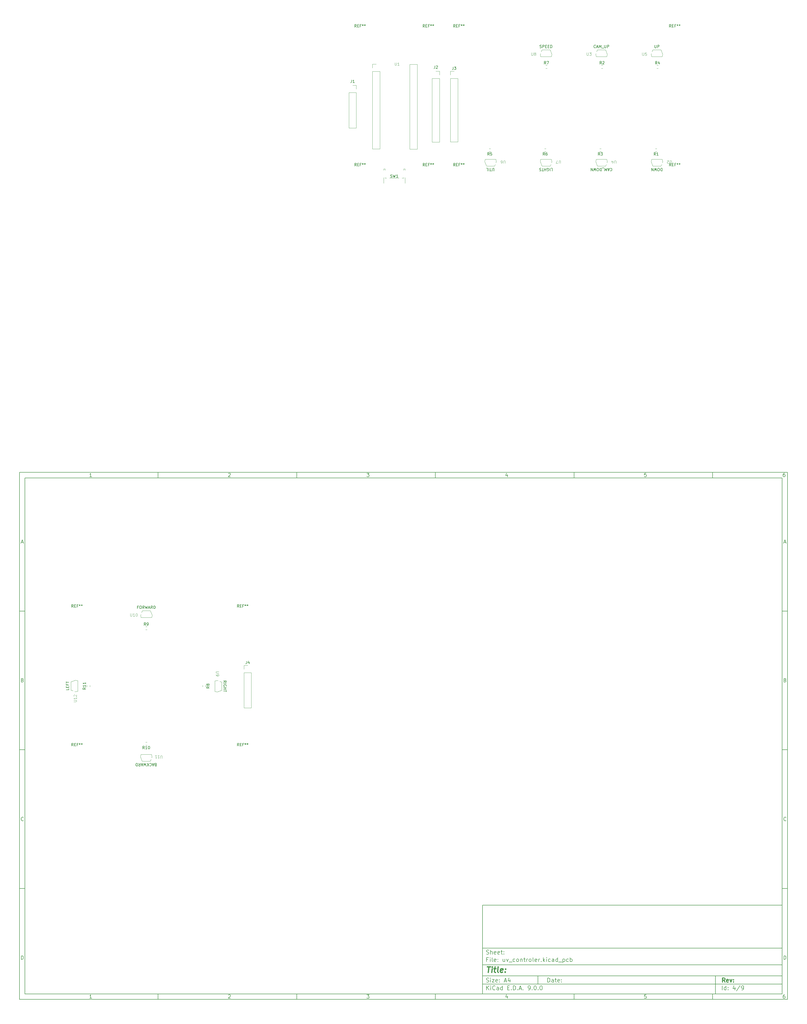
<source format=gbr>
%TF.GenerationSoftware,KiCad,Pcbnew,9.0.0*%
%TF.CreationDate,2025-06-04T23:26:29+02:00*%
%TF.ProjectId,uv_controler,75765f63-6f6e-4747-926f-6c65722e6b69,rev?*%
%TF.SameCoordinates,Original*%
%TF.FileFunction,Legend,Top*%
%TF.FilePolarity,Positive*%
%FSLAX46Y46*%
G04 Gerber Fmt 4.6, Leading zero omitted, Abs format (unit mm)*
G04 Created by KiCad (PCBNEW 9.0.0) date 2025-06-04 23:26:29*
%MOMM*%
%LPD*%
G01*
G04 APERTURE LIST*
%ADD10C,0.100000*%
%ADD11C,0.150000*%
%ADD12C,0.300000*%
%ADD13C,0.400000*%
%ADD14C,0.120000*%
G04 APERTURE END LIST*
D10*
D11*
X177002200Y-166007200D02*
X285002200Y-166007200D01*
X285002200Y-198007200D01*
X177002200Y-198007200D01*
X177002200Y-166007200D01*
D10*
D11*
X10000000Y-10000000D02*
X287002200Y-10000000D01*
X287002200Y-200007200D01*
X10000000Y-200007200D01*
X10000000Y-10000000D01*
D10*
D11*
X12000000Y-12000000D02*
X285002200Y-12000000D01*
X285002200Y-198007200D01*
X12000000Y-198007200D01*
X12000000Y-12000000D01*
D10*
D11*
X60000000Y-12000000D02*
X60000000Y-10000000D01*
D10*
D11*
X110000000Y-12000000D02*
X110000000Y-10000000D01*
D10*
D11*
X160000000Y-12000000D02*
X160000000Y-10000000D01*
D10*
D11*
X210000000Y-12000000D02*
X210000000Y-10000000D01*
D10*
D11*
X260000000Y-12000000D02*
X260000000Y-10000000D01*
D10*
D11*
X36089160Y-11593604D02*
X35346303Y-11593604D01*
X35717731Y-11593604D02*
X35717731Y-10293604D01*
X35717731Y-10293604D02*
X35593922Y-10479319D01*
X35593922Y-10479319D02*
X35470112Y-10603128D01*
X35470112Y-10603128D02*
X35346303Y-10665033D01*
D10*
D11*
X85346303Y-10417414D02*
X85408207Y-10355509D01*
X85408207Y-10355509D02*
X85532017Y-10293604D01*
X85532017Y-10293604D02*
X85841541Y-10293604D01*
X85841541Y-10293604D02*
X85965350Y-10355509D01*
X85965350Y-10355509D02*
X86027255Y-10417414D01*
X86027255Y-10417414D02*
X86089160Y-10541223D01*
X86089160Y-10541223D02*
X86089160Y-10665033D01*
X86089160Y-10665033D02*
X86027255Y-10850747D01*
X86027255Y-10850747D02*
X85284398Y-11593604D01*
X85284398Y-11593604D02*
X86089160Y-11593604D01*
D10*
D11*
X135284398Y-10293604D02*
X136089160Y-10293604D01*
X136089160Y-10293604D02*
X135655826Y-10788842D01*
X135655826Y-10788842D02*
X135841541Y-10788842D01*
X135841541Y-10788842D02*
X135965350Y-10850747D01*
X135965350Y-10850747D02*
X136027255Y-10912652D01*
X136027255Y-10912652D02*
X136089160Y-11036461D01*
X136089160Y-11036461D02*
X136089160Y-11345985D01*
X136089160Y-11345985D02*
X136027255Y-11469795D01*
X136027255Y-11469795D02*
X135965350Y-11531700D01*
X135965350Y-11531700D02*
X135841541Y-11593604D01*
X135841541Y-11593604D02*
X135470112Y-11593604D01*
X135470112Y-11593604D02*
X135346303Y-11531700D01*
X135346303Y-11531700D02*
X135284398Y-11469795D01*
D10*
D11*
X185965350Y-10726938D02*
X185965350Y-11593604D01*
X185655826Y-10231700D02*
X185346303Y-11160271D01*
X185346303Y-11160271D02*
X186151064Y-11160271D01*
D10*
D11*
X236027255Y-10293604D02*
X235408207Y-10293604D01*
X235408207Y-10293604D02*
X235346303Y-10912652D01*
X235346303Y-10912652D02*
X235408207Y-10850747D01*
X235408207Y-10850747D02*
X235532017Y-10788842D01*
X235532017Y-10788842D02*
X235841541Y-10788842D01*
X235841541Y-10788842D02*
X235965350Y-10850747D01*
X235965350Y-10850747D02*
X236027255Y-10912652D01*
X236027255Y-10912652D02*
X236089160Y-11036461D01*
X236089160Y-11036461D02*
X236089160Y-11345985D01*
X236089160Y-11345985D02*
X236027255Y-11469795D01*
X236027255Y-11469795D02*
X235965350Y-11531700D01*
X235965350Y-11531700D02*
X235841541Y-11593604D01*
X235841541Y-11593604D02*
X235532017Y-11593604D01*
X235532017Y-11593604D02*
X235408207Y-11531700D01*
X235408207Y-11531700D02*
X235346303Y-11469795D01*
D10*
D11*
X285965350Y-10293604D02*
X285717731Y-10293604D01*
X285717731Y-10293604D02*
X285593922Y-10355509D01*
X285593922Y-10355509D02*
X285532017Y-10417414D01*
X285532017Y-10417414D02*
X285408207Y-10603128D01*
X285408207Y-10603128D02*
X285346303Y-10850747D01*
X285346303Y-10850747D02*
X285346303Y-11345985D01*
X285346303Y-11345985D02*
X285408207Y-11469795D01*
X285408207Y-11469795D02*
X285470112Y-11531700D01*
X285470112Y-11531700D02*
X285593922Y-11593604D01*
X285593922Y-11593604D02*
X285841541Y-11593604D01*
X285841541Y-11593604D02*
X285965350Y-11531700D01*
X285965350Y-11531700D02*
X286027255Y-11469795D01*
X286027255Y-11469795D02*
X286089160Y-11345985D01*
X286089160Y-11345985D02*
X286089160Y-11036461D01*
X286089160Y-11036461D02*
X286027255Y-10912652D01*
X286027255Y-10912652D02*
X285965350Y-10850747D01*
X285965350Y-10850747D02*
X285841541Y-10788842D01*
X285841541Y-10788842D02*
X285593922Y-10788842D01*
X285593922Y-10788842D02*
X285470112Y-10850747D01*
X285470112Y-10850747D02*
X285408207Y-10912652D01*
X285408207Y-10912652D02*
X285346303Y-11036461D01*
D10*
D11*
X60000000Y-198007200D02*
X60000000Y-200007200D01*
D10*
D11*
X110000000Y-198007200D02*
X110000000Y-200007200D01*
D10*
D11*
X160000000Y-198007200D02*
X160000000Y-200007200D01*
D10*
D11*
X210000000Y-198007200D02*
X210000000Y-200007200D01*
D10*
D11*
X260000000Y-198007200D02*
X260000000Y-200007200D01*
D10*
D11*
X36089160Y-199600804D02*
X35346303Y-199600804D01*
X35717731Y-199600804D02*
X35717731Y-198300804D01*
X35717731Y-198300804D02*
X35593922Y-198486519D01*
X35593922Y-198486519D02*
X35470112Y-198610328D01*
X35470112Y-198610328D02*
X35346303Y-198672233D01*
D10*
D11*
X85346303Y-198424614D02*
X85408207Y-198362709D01*
X85408207Y-198362709D02*
X85532017Y-198300804D01*
X85532017Y-198300804D02*
X85841541Y-198300804D01*
X85841541Y-198300804D02*
X85965350Y-198362709D01*
X85965350Y-198362709D02*
X86027255Y-198424614D01*
X86027255Y-198424614D02*
X86089160Y-198548423D01*
X86089160Y-198548423D02*
X86089160Y-198672233D01*
X86089160Y-198672233D02*
X86027255Y-198857947D01*
X86027255Y-198857947D02*
X85284398Y-199600804D01*
X85284398Y-199600804D02*
X86089160Y-199600804D01*
D10*
D11*
X135284398Y-198300804D02*
X136089160Y-198300804D01*
X136089160Y-198300804D02*
X135655826Y-198796042D01*
X135655826Y-198796042D02*
X135841541Y-198796042D01*
X135841541Y-198796042D02*
X135965350Y-198857947D01*
X135965350Y-198857947D02*
X136027255Y-198919852D01*
X136027255Y-198919852D02*
X136089160Y-199043661D01*
X136089160Y-199043661D02*
X136089160Y-199353185D01*
X136089160Y-199353185D02*
X136027255Y-199476995D01*
X136027255Y-199476995D02*
X135965350Y-199538900D01*
X135965350Y-199538900D02*
X135841541Y-199600804D01*
X135841541Y-199600804D02*
X135470112Y-199600804D01*
X135470112Y-199600804D02*
X135346303Y-199538900D01*
X135346303Y-199538900D02*
X135284398Y-199476995D01*
D10*
D11*
X185965350Y-198734138D02*
X185965350Y-199600804D01*
X185655826Y-198238900D02*
X185346303Y-199167471D01*
X185346303Y-199167471D02*
X186151064Y-199167471D01*
D10*
D11*
X236027255Y-198300804D02*
X235408207Y-198300804D01*
X235408207Y-198300804D02*
X235346303Y-198919852D01*
X235346303Y-198919852D02*
X235408207Y-198857947D01*
X235408207Y-198857947D02*
X235532017Y-198796042D01*
X235532017Y-198796042D02*
X235841541Y-198796042D01*
X235841541Y-198796042D02*
X235965350Y-198857947D01*
X235965350Y-198857947D02*
X236027255Y-198919852D01*
X236027255Y-198919852D02*
X236089160Y-199043661D01*
X236089160Y-199043661D02*
X236089160Y-199353185D01*
X236089160Y-199353185D02*
X236027255Y-199476995D01*
X236027255Y-199476995D02*
X235965350Y-199538900D01*
X235965350Y-199538900D02*
X235841541Y-199600804D01*
X235841541Y-199600804D02*
X235532017Y-199600804D01*
X235532017Y-199600804D02*
X235408207Y-199538900D01*
X235408207Y-199538900D02*
X235346303Y-199476995D01*
D10*
D11*
X285965350Y-198300804D02*
X285717731Y-198300804D01*
X285717731Y-198300804D02*
X285593922Y-198362709D01*
X285593922Y-198362709D02*
X285532017Y-198424614D01*
X285532017Y-198424614D02*
X285408207Y-198610328D01*
X285408207Y-198610328D02*
X285346303Y-198857947D01*
X285346303Y-198857947D02*
X285346303Y-199353185D01*
X285346303Y-199353185D02*
X285408207Y-199476995D01*
X285408207Y-199476995D02*
X285470112Y-199538900D01*
X285470112Y-199538900D02*
X285593922Y-199600804D01*
X285593922Y-199600804D02*
X285841541Y-199600804D01*
X285841541Y-199600804D02*
X285965350Y-199538900D01*
X285965350Y-199538900D02*
X286027255Y-199476995D01*
X286027255Y-199476995D02*
X286089160Y-199353185D01*
X286089160Y-199353185D02*
X286089160Y-199043661D01*
X286089160Y-199043661D02*
X286027255Y-198919852D01*
X286027255Y-198919852D02*
X285965350Y-198857947D01*
X285965350Y-198857947D02*
X285841541Y-198796042D01*
X285841541Y-198796042D02*
X285593922Y-198796042D01*
X285593922Y-198796042D02*
X285470112Y-198857947D01*
X285470112Y-198857947D02*
X285408207Y-198919852D01*
X285408207Y-198919852D02*
X285346303Y-199043661D01*
D10*
D11*
X10000000Y-60000000D02*
X12000000Y-60000000D01*
D10*
D11*
X10000000Y-110000000D02*
X12000000Y-110000000D01*
D10*
D11*
X10000000Y-160000000D02*
X12000000Y-160000000D01*
D10*
D11*
X10690476Y-35222176D02*
X11309523Y-35222176D01*
X10566666Y-35593604D02*
X10999999Y-34293604D01*
X10999999Y-34293604D02*
X11433333Y-35593604D01*
D10*
D11*
X11092857Y-84912652D02*
X11278571Y-84974557D01*
X11278571Y-84974557D02*
X11340476Y-85036461D01*
X11340476Y-85036461D02*
X11402380Y-85160271D01*
X11402380Y-85160271D02*
X11402380Y-85345985D01*
X11402380Y-85345985D02*
X11340476Y-85469795D01*
X11340476Y-85469795D02*
X11278571Y-85531700D01*
X11278571Y-85531700D02*
X11154761Y-85593604D01*
X11154761Y-85593604D02*
X10659523Y-85593604D01*
X10659523Y-85593604D02*
X10659523Y-84293604D01*
X10659523Y-84293604D02*
X11092857Y-84293604D01*
X11092857Y-84293604D02*
X11216666Y-84355509D01*
X11216666Y-84355509D02*
X11278571Y-84417414D01*
X11278571Y-84417414D02*
X11340476Y-84541223D01*
X11340476Y-84541223D02*
X11340476Y-84665033D01*
X11340476Y-84665033D02*
X11278571Y-84788842D01*
X11278571Y-84788842D02*
X11216666Y-84850747D01*
X11216666Y-84850747D02*
X11092857Y-84912652D01*
X11092857Y-84912652D02*
X10659523Y-84912652D01*
D10*
D11*
X11402380Y-135469795D02*
X11340476Y-135531700D01*
X11340476Y-135531700D02*
X11154761Y-135593604D01*
X11154761Y-135593604D02*
X11030952Y-135593604D01*
X11030952Y-135593604D02*
X10845238Y-135531700D01*
X10845238Y-135531700D02*
X10721428Y-135407890D01*
X10721428Y-135407890D02*
X10659523Y-135284080D01*
X10659523Y-135284080D02*
X10597619Y-135036461D01*
X10597619Y-135036461D02*
X10597619Y-134850747D01*
X10597619Y-134850747D02*
X10659523Y-134603128D01*
X10659523Y-134603128D02*
X10721428Y-134479319D01*
X10721428Y-134479319D02*
X10845238Y-134355509D01*
X10845238Y-134355509D02*
X11030952Y-134293604D01*
X11030952Y-134293604D02*
X11154761Y-134293604D01*
X11154761Y-134293604D02*
X11340476Y-134355509D01*
X11340476Y-134355509D02*
X11402380Y-134417414D01*
D10*
D11*
X10659523Y-185593604D02*
X10659523Y-184293604D01*
X10659523Y-184293604D02*
X10969047Y-184293604D01*
X10969047Y-184293604D02*
X11154761Y-184355509D01*
X11154761Y-184355509D02*
X11278571Y-184479319D01*
X11278571Y-184479319D02*
X11340476Y-184603128D01*
X11340476Y-184603128D02*
X11402380Y-184850747D01*
X11402380Y-184850747D02*
X11402380Y-185036461D01*
X11402380Y-185036461D02*
X11340476Y-185284080D01*
X11340476Y-185284080D02*
X11278571Y-185407890D01*
X11278571Y-185407890D02*
X11154761Y-185531700D01*
X11154761Y-185531700D02*
X10969047Y-185593604D01*
X10969047Y-185593604D02*
X10659523Y-185593604D01*
D10*
D11*
X287002200Y-60000000D02*
X285002200Y-60000000D01*
D10*
D11*
X287002200Y-110000000D02*
X285002200Y-110000000D01*
D10*
D11*
X287002200Y-160000000D02*
X285002200Y-160000000D01*
D10*
D11*
X285692676Y-35222176D02*
X286311723Y-35222176D01*
X285568866Y-35593604D02*
X286002199Y-34293604D01*
X286002199Y-34293604D02*
X286435533Y-35593604D01*
D10*
D11*
X286095057Y-84912652D02*
X286280771Y-84974557D01*
X286280771Y-84974557D02*
X286342676Y-85036461D01*
X286342676Y-85036461D02*
X286404580Y-85160271D01*
X286404580Y-85160271D02*
X286404580Y-85345985D01*
X286404580Y-85345985D02*
X286342676Y-85469795D01*
X286342676Y-85469795D02*
X286280771Y-85531700D01*
X286280771Y-85531700D02*
X286156961Y-85593604D01*
X286156961Y-85593604D02*
X285661723Y-85593604D01*
X285661723Y-85593604D02*
X285661723Y-84293604D01*
X285661723Y-84293604D02*
X286095057Y-84293604D01*
X286095057Y-84293604D02*
X286218866Y-84355509D01*
X286218866Y-84355509D02*
X286280771Y-84417414D01*
X286280771Y-84417414D02*
X286342676Y-84541223D01*
X286342676Y-84541223D02*
X286342676Y-84665033D01*
X286342676Y-84665033D02*
X286280771Y-84788842D01*
X286280771Y-84788842D02*
X286218866Y-84850747D01*
X286218866Y-84850747D02*
X286095057Y-84912652D01*
X286095057Y-84912652D02*
X285661723Y-84912652D01*
D10*
D11*
X286404580Y-135469795D02*
X286342676Y-135531700D01*
X286342676Y-135531700D02*
X286156961Y-135593604D01*
X286156961Y-135593604D02*
X286033152Y-135593604D01*
X286033152Y-135593604D02*
X285847438Y-135531700D01*
X285847438Y-135531700D02*
X285723628Y-135407890D01*
X285723628Y-135407890D02*
X285661723Y-135284080D01*
X285661723Y-135284080D02*
X285599819Y-135036461D01*
X285599819Y-135036461D02*
X285599819Y-134850747D01*
X285599819Y-134850747D02*
X285661723Y-134603128D01*
X285661723Y-134603128D02*
X285723628Y-134479319D01*
X285723628Y-134479319D02*
X285847438Y-134355509D01*
X285847438Y-134355509D02*
X286033152Y-134293604D01*
X286033152Y-134293604D02*
X286156961Y-134293604D01*
X286156961Y-134293604D02*
X286342676Y-134355509D01*
X286342676Y-134355509D02*
X286404580Y-134417414D01*
D10*
D11*
X285661723Y-185593604D02*
X285661723Y-184293604D01*
X285661723Y-184293604D02*
X285971247Y-184293604D01*
X285971247Y-184293604D02*
X286156961Y-184355509D01*
X286156961Y-184355509D02*
X286280771Y-184479319D01*
X286280771Y-184479319D02*
X286342676Y-184603128D01*
X286342676Y-184603128D02*
X286404580Y-184850747D01*
X286404580Y-184850747D02*
X286404580Y-185036461D01*
X286404580Y-185036461D02*
X286342676Y-185284080D01*
X286342676Y-185284080D02*
X286280771Y-185407890D01*
X286280771Y-185407890D02*
X286156961Y-185531700D01*
X286156961Y-185531700D02*
X285971247Y-185593604D01*
X285971247Y-185593604D02*
X285661723Y-185593604D01*
D10*
D11*
X200458026Y-193793328D02*
X200458026Y-192293328D01*
X200458026Y-192293328D02*
X200815169Y-192293328D01*
X200815169Y-192293328D02*
X201029455Y-192364757D01*
X201029455Y-192364757D02*
X201172312Y-192507614D01*
X201172312Y-192507614D02*
X201243741Y-192650471D01*
X201243741Y-192650471D02*
X201315169Y-192936185D01*
X201315169Y-192936185D02*
X201315169Y-193150471D01*
X201315169Y-193150471D02*
X201243741Y-193436185D01*
X201243741Y-193436185D02*
X201172312Y-193579042D01*
X201172312Y-193579042D02*
X201029455Y-193721900D01*
X201029455Y-193721900D02*
X200815169Y-193793328D01*
X200815169Y-193793328D02*
X200458026Y-193793328D01*
X202600884Y-193793328D02*
X202600884Y-193007614D01*
X202600884Y-193007614D02*
X202529455Y-192864757D01*
X202529455Y-192864757D02*
X202386598Y-192793328D01*
X202386598Y-192793328D02*
X202100884Y-192793328D01*
X202100884Y-192793328D02*
X201958026Y-192864757D01*
X202600884Y-193721900D02*
X202458026Y-193793328D01*
X202458026Y-193793328D02*
X202100884Y-193793328D01*
X202100884Y-193793328D02*
X201958026Y-193721900D01*
X201958026Y-193721900D02*
X201886598Y-193579042D01*
X201886598Y-193579042D02*
X201886598Y-193436185D01*
X201886598Y-193436185D02*
X201958026Y-193293328D01*
X201958026Y-193293328D02*
X202100884Y-193221900D01*
X202100884Y-193221900D02*
X202458026Y-193221900D01*
X202458026Y-193221900D02*
X202600884Y-193150471D01*
X203100884Y-192793328D02*
X203672312Y-192793328D01*
X203315169Y-192293328D02*
X203315169Y-193579042D01*
X203315169Y-193579042D02*
X203386598Y-193721900D01*
X203386598Y-193721900D02*
X203529455Y-193793328D01*
X203529455Y-193793328D02*
X203672312Y-193793328D01*
X204743741Y-193721900D02*
X204600884Y-193793328D01*
X204600884Y-193793328D02*
X204315170Y-193793328D01*
X204315170Y-193793328D02*
X204172312Y-193721900D01*
X204172312Y-193721900D02*
X204100884Y-193579042D01*
X204100884Y-193579042D02*
X204100884Y-193007614D01*
X204100884Y-193007614D02*
X204172312Y-192864757D01*
X204172312Y-192864757D02*
X204315170Y-192793328D01*
X204315170Y-192793328D02*
X204600884Y-192793328D01*
X204600884Y-192793328D02*
X204743741Y-192864757D01*
X204743741Y-192864757D02*
X204815170Y-193007614D01*
X204815170Y-193007614D02*
X204815170Y-193150471D01*
X204815170Y-193150471D02*
X204100884Y-193293328D01*
X205458026Y-193650471D02*
X205529455Y-193721900D01*
X205529455Y-193721900D02*
X205458026Y-193793328D01*
X205458026Y-193793328D02*
X205386598Y-193721900D01*
X205386598Y-193721900D02*
X205458026Y-193650471D01*
X205458026Y-193650471D02*
X205458026Y-193793328D01*
X205458026Y-192864757D02*
X205529455Y-192936185D01*
X205529455Y-192936185D02*
X205458026Y-193007614D01*
X205458026Y-193007614D02*
X205386598Y-192936185D01*
X205386598Y-192936185D02*
X205458026Y-192864757D01*
X205458026Y-192864757D02*
X205458026Y-193007614D01*
D10*
D11*
X177002200Y-194507200D02*
X285002200Y-194507200D01*
D10*
D11*
X178458026Y-196593328D02*
X178458026Y-195093328D01*
X179315169Y-196593328D02*
X178672312Y-195736185D01*
X179315169Y-195093328D02*
X178458026Y-195950471D01*
X179958026Y-196593328D02*
X179958026Y-195593328D01*
X179958026Y-195093328D02*
X179886598Y-195164757D01*
X179886598Y-195164757D02*
X179958026Y-195236185D01*
X179958026Y-195236185D02*
X180029455Y-195164757D01*
X180029455Y-195164757D02*
X179958026Y-195093328D01*
X179958026Y-195093328D02*
X179958026Y-195236185D01*
X181529455Y-196450471D02*
X181458027Y-196521900D01*
X181458027Y-196521900D02*
X181243741Y-196593328D01*
X181243741Y-196593328D02*
X181100884Y-196593328D01*
X181100884Y-196593328D02*
X180886598Y-196521900D01*
X180886598Y-196521900D02*
X180743741Y-196379042D01*
X180743741Y-196379042D02*
X180672312Y-196236185D01*
X180672312Y-196236185D02*
X180600884Y-195950471D01*
X180600884Y-195950471D02*
X180600884Y-195736185D01*
X180600884Y-195736185D02*
X180672312Y-195450471D01*
X180672312Y-195450471D02*
X180743741Y-195307614D01*
X180743741Y-195307614D02*
X180886598Y-195164757D01*
X180886598Y-195164757D02*
X181100884Y-195093328D01*
X181100884Y-195093328D02*
X181243741Y-195093328D01*
X181243741Y-195093328D02*
X181458027Y-195164757D01*
X181458027Y-195164757D02*
X181529455Y-195236185D01*
X182815170Y-196593328D02*
X182815170Y-195807614D01*
X182815170Y-195807614D02*
X182743741Y-195664757D01*
X182743741Y-195664757D02*
X182600884Y-195593328D01*
X182600884Y-195593328D02*
X182315170Y-195593328D01*
X182315170Y-195593328D02*
X182172312Y-195664757D01*
X182815170Y-196521900D02*
X182672312Y-196593328D01*
X182672312Y-196593328D02*
X182315170Y-196593328D01*
X182315170Y-196593328D02*
X182172312Y-196521900D01*
X182172312Y-196521900D02*
X182100884Y-196379042D01*
X182100884Y-196379042D02*
X182100884Y-196236185D01*
X182100884Y-196236185D02*
X182172312Y-196093328D01*
X182172312Y-196093328D02*
X182315170Y-196021900D01*
X182315170Y-196021900D02*
X182672312Y-196021900D01*
X182672312Y-196021900D02*
X182815170Y-195950471D01*
X184172313Y-196593328D02*
X184172313Y-195093328D01*
X184172313Y-196521900D02*
X184029455Y-196593328D01*
X184029455Y-196593328D02*
X183743741Y-196593328D01*
X183743741Y-196593328D02*
X183600884Y-196521900D01*
X183600884Y-196521900D02*
X183529455Y-196450471D01*
X183529455Y-196450471D02*
X183458027Y-196307614D01*
X183458027Y-196307614D02*
X183458027Y-195879042D01*
X183458027Y-195879042D02*
X183529455Y-195736185D01*
X183529455Y-195736185D02*
X183600884Y-195664757D01*
X183600884Y-195664757D02*
X183743741Y-195593328D01*
X183743741Y-195593328D02*
X184029455Y-195593328D01*
X184029455Y-195593328D02*
X184172313Y-195664757D01*
X186029455Y-195807614D02*
X186529455Y-195807614D01*
X186743741Y-196593328D02*
X186029455Y-196593328D01*
X186029455Y-196593328D02*
X186029455Y-195093328D01*
X186029455Y-195093328D02*
X186743741Y-195093328D01*
X187386598Y-196450471D02*
X187458027Y-196521900D01*
X187458027Y-196521900D02*
X187386598Y-196593328D01*
X187386598Y-196593328D02*
X187315170Y-196521900D01*
X187315170Y-196521900D02*
X187386598Y-196450471D01*
X187386598Y-196450471D02*
X187386598Y-196593328D01*
X188100884Y-196593328D02*
X188100884Y-195093328D01*
X188100884Y-195093328D02*
X188458027Y-195093328D01*
X188458027Y-195093328D02*
X188672313Y-195164757D01*
X188672313Y-195164757D02*
X188815170Y-195307614D01*
X188815170Y-195307614D02*
X188886599Y-195450471D01*
X188886599Y-195450471D02*
X188958027Y-195736185D01*
X188958027Y-195736185D02*
X188958027Y-195950471D01*
X188958027Y-195950471D02*
X188886599Y-196236185D01*
X188886599Y-196236185D02*
X188815170Y-196379042D01*
X188815170Y-196379042D02*
X188672313Y-196521900D01*
X188672313Y-196521900D02*
X188458027Y-196593328D01*
X188458027Y-196593328D02*
X188100884Y-196593328D01*
X189600884Y-196450471D02*
X189672313Y-196521900D01*
X189672313Y-196521900D02*
X189600884Y-196593328D01*
X189600884Y-196593328D02*
X189529456Y-196521900D01*
X189529456Y-196521900D02*
X189600884Y-196450471D01*
X189600884Y-196450471D02*
X189600884Y-196593328D01*
X190243742Y-196164757D02*
X190958028Y-196164757D01*
X190100885Y-196593328D02*
X190600885Y-195093328D01*
X190600885Y-195093328D02*
X191100885Y-196593328D01*
X191600884Y-196450471D02*
X191672313Y-196521900D01*
X191672313Y-196521900D02*
X191600884Y-196593328D01*
X191600884Y-196593328D02*
X191529456Y-196521900D01*
X191529456Y-196521900D02*
X191600884Y-196450471D01*
X191600884Y-196450471D02*
X191600884Y-196593328D01*
X193529456Y-196593328D02*
X193815170Y-196593328D01*
X193815170Y-196593328D02*
X193958027Y-196521900D01*
X193958027Y-196521900D02*
X194029456Y-196450471D01*
X194029456Y-196450471D02*
X194172313Y-196236185D01*
X194172313Y-196236185D02*
X194243742Y-195950471D01*
X194243742Y-195950471D02*
X194243742Y-195379042D01*
X194243742Y-195379042D02*
X194172313Y-195236185D01*
X194172313Y-195236185D02*
X194100885Y-195164757D01*
X194100885Y-195164757D02*
X193958027Y-195093328D01*
X193958027Y-195093328D02*
X193672313Y-195093328D01*
X193672313Y-195093328D02*
X193529456Y-195164757D01*
X193529456Y-195164757D02*
X193458027Y-195236185D01*
X193458027Y-195236185D02*
X193386599Y-195379042D01*
X193386599Y-195379042D02*
X193386599Y-195736185D01*
X193386599Y-195736185D02*
X193458027Y-195879042D01*
X193458027Y-195879042D02*
X193529456Y-195950471D01*
X193529456Y-195950471D02*
X193672313Y-196021900D01*
X193672313Y-196021900D02*
X193958027Y-196021900D01*
X193958027Y-196021900D02*
X194100885Y-195950471D01*
X194100885Y-195950471D02*
X194172313Y-195879042D01*
X194172313Y-195879042D02*
X194243742Y-195736185D01*
X194886598Y-196450471D02*
X194958027Y-196521900D01*
X194958027Y-196521900D02*
X194886598Y-196593328D01*
X194886598Y-196593328D02*
X194815170Y-196521900D01*
X194815170Y-196521900D02*
X194886598Y-196450471D01*
X194886598Y-196450471D02*
X194886598Y-196593328D01*
X195886599Y-195093328D02*
X196029456Y-195093328D01*
X196029456Y-195093328D02*
X196172313Y-195164757D01*
X196172313Y-195164757D02*
X196243742Y-195236185D01*
X196243742Y-195236185D02*
X196315170Y-195379042D01*
X196315170Y-195379042D02*
X196386599Y-195664757D01*
X196386599Y-195664757D02*
X196386599Y-196021900D01*
X196386599Y-196021900D02*
X196315170Y-196307614D01*
X196315170Y-196307614D02*
X196243742Y-196450471D01*
X196243742Y-196450471D02*
X196172313Y-196521900D01*
X196172313Y-196521900D02*
X196029456Y-196593328D01*
X196029456Y-196593328D02*
X195886599Y-196593328D01*
X195886599Y-196593328D02*
X195743742Y-196521900D01*
X195743742Y-196521900D02*
X195672313Y-196450471D01*
X195672313Y-196450471D02*
X195600884Y-196307614D01*
X195600884Y-196307614D02*
X195529456Y-196021900D01*
X195529456Y-196021900D02*
X195529456Y-195664757D01*
X195529456Y-195664757D02*
X195600884Y-195379042D01*
X195600884Y-195379042D02*
X195672313Y-195236185D01*
X195672313Y-195236185D02*
X195743742Y-195164757D01*
X195743742Y-195164757D02*
X195886599Y-195093328D01*
X197029455Y-196450471D02*
X197100884Y-196521900D01*
X197100884Y-196521900D02*
X197029455Y-196593328D01*
X197029455Y-196593328D02*
X196958027Y-196521900D01*
X196958027Y-196521900D02*
X197029455Y-196450471D01*
X197029455Y-196450471D02*
X197029455Y-196593328D01*
X198029456Y-195093328D02*
X198172313Y-195093328D01*
X198172313Y-195093328D02*
X198315170Y-195164757D01*
X198315170Y-195164757D02*
X198386599Y-195236185D01*
X198386599Y-195236185D02*
X198458027Y-195379042D01*
X198458027Y-195379042D02*
X198529456Y-195664757D01*
X198529456Y-195664757D02*
X198529456Y-196021900D01*
X198529456Y-196021900D02*
X198458027Y-196307614D01*
X198458027Y-196307614D02*
X198386599Y-196450471D01*
X198386599Y-196450471D02*
X198315170Y-196521900D01*
X198315170Y-196521900D02*
X198172313Y-196593328D01*
X198172313Y-196593328D02*
X198029456Y-196593328D01*
X198029456Y-196593328D02*
X197886599Y-196521900D01*
X197886599Y-196521900D02*
X197815170Y-196450471D01*
X197815170Y-196450471D02*
X197743741Y-196307614D01*
X197743741Y-196307614D02*
X197672313Y-196021900D01*
X197672313Y-196021900D02*
X197672313Y-195664757D01*
X197672313Y-195664757D02*
X197743741Y-195379042D01*
X197743741Y-195379042D02*
X197815170Y-195236185D01*
X197815170Y-195236185D02*
X197886599Y-195164757D01*
X197886599Y-195164757D02*
X198029456Y-195093328D01*
D10*
D11*
X177002200Y-191507200D02*
X285002200Y-191507200D01*
D10*
D12*
X264413853Y-193785528D02*
X263913853Y-193071242D01*
X263556710Y-193785528D02*
X263556710Y-192285528D01*
X263556710Y-192285528D02*
X264128139Y-192285528D01*
X264128139Y-192285528D02*
X264270996Y-192356957D01*
X264270996Y-192356957D02*
X264342425Y-192428385D01*
X264342425Y-192428385D02*
X264413853Y-192571242D01*
X264413853Y-192571242D02*
X264413853Y-192785528D01*
X264413853Y-192785528D02*
X264342425Y-192928385D01*
X264342425Y-192928385D02*
X264270996Y-192999814D01*
X264270996Y-192999814D02*
X264128139Y-193071242D01*
X264128139Y-193071242D02*
X263556710Y-193071242D01*
X265628139Y-193714100D02*
X265485282Y-193785528D01*
X265485282Y-193785528D02*
X265199568Y-193785528D01*
X265199568Y-193785528D02*
X265056710Y-193714100D01*
X265056710Y-193714100D02*
X264985282Y-193571242D01*
X264985282Y-193571242D02*
X264985282Y-192999814D01*
X264985282Y-192999814D02*
X265056710Y-192856957D01*
X265056710Y-192856957D02*
X265199568Y-192785528D01*
X265199568Y-192785528D02*
X265485282Y-192785528D01*
X265485282Y-192785528D02*
X265628139Y-192856957D01*
X265628139Y-192856957D02*
X265699568Y-192999814D01*
X265699568Y-192999814D02*
X265699568Y-193142671D01*
X265699568Y-193142671D02*
X264985282Y-193285528D01*
X266199567Y-192785528D02*
X266556710Y-193785528D01*
X266556710Y-193785528D02*
X266913853Y-192785528D01*
X267485281Y-193642671D02*
X267556710Y-193714100D01*
X267556710Y-193714100D02*
X267485281Y-193785528D01*
X267485281Y-193785528D02*
X267413853Y-193714100D01*
X267413853Y-193714100D02*
X267485281Y-193642671D01*
X267485281Y-193642671D02*
X267485281Y-193785528D01*
X267485281Y-192856957D02*
X267556710Y-192928385D01*
X267556710Y-192928385D02*
X267485281Y-192999814D01*
X267485281Y-192999814D02*
X267413853Y-192928385D01*
X267413853Y-192928385D02*
X267485281Y-192856957D01*
X267485281Y-192856957D02*
X267485281Y-192999814D01*
D10*
D11*
X178386598Y-193721900D02*
X178600884Y-193793328D01*
X178600884Y-193793328D02*
X178958026Y-193793328D01*
X178958026Y-193793328D02*
X179100884Y-193721900D01*
X179100884Y-193721900D02*
X179172312Y-193650471D01*
X179172312Y-193650471D02*
X179243741Y-193507614D01*
X179243741Y-193507614D02*
X179243741Y-193364757D01*
X179243741Y-193364757D02*
X179172312Y-193221900D01*
X179172312Y-193221900D02*
X179100884Y-193150471D01*
X179100884Y-193150471D02*
X178958026Y-193079042D01*
X178958026Y-193079042D02*
X178672312Y-193007614D01*
X178672312Y-193007614D02*
X178529455Y-192936185D01*
X178529455Y-192936185D02*
X178458026Y-192864757D01*
X178458026Y-192864757D02*
X178386598Y-192721900D01*
X178386598Y-192721900D02*
X178386598Y-192579042D01*
X178386598Y-192579042D02*
X178458026Y-192436185D01*
X178458026Y-192436185D02*
X178529455Y-192364757D01*
X178529455Y-192364757D02*
X178672312Y-192293328D01*
X178672312Y-192293328D02*
X179029455Y-192293328D01*
X179029455Y-192293328D02*
X179243741Y-192364757D01*
X179886597Y-193793328D02*
X179886597Y-192793328D01*
X179886597Y-192293328D02*
X179815169Y-192364757D01*
X179815169Y-192364757D02*
X179886597Y-192436185D01*
X179886597Y-192436185D02*
X179958026Y-192364757D01*
X179958026Y-192364757D02*
X179886597Y-192293328D01*
X179886597Y-192293328D02*
X179886597Y-192436185D01*
X180458026Y-192793328D02*
X181243741Y-192793328D01*
X181243741Y-192793328D02*
X180458026Y-193793328D01*
X180458026Y-193793328D02*
X181243741Y-193793328D01*
X182386598Y-193721900D02*
X182243741Y-193793328D01*
X182243741Y-193793328D02*
X181958027Y-193793328D01*
X181958027Y-193793328D02*
X181815169Y-193721900D01*
X181815169Y-193721900D02*
X181743741Y-193579042D01*
X181743741Y-193579042D02*
X181743741Y-193007614D01*
X181743741Y-193007614D02*
X181815169Y-192864757D01*
X181815169Y-192864757D02*
X181958027Y-192793328D01*
X181958027Y-192793328D02*
X182243741Y-192793328D01*
X182243741Y-192793328D02*
X182386598Y-192864757D01*
X182386598Y-192864757D02*
X182458027Y-193007614D01*
X182458027Y-193007614D02*
X182458027Y-193150471D01*
X182458027Y-193150471D02*
X181743741Y-193293328D01*
X183100883Y-193650471D02*
X183172312Y-193721900D01*
X183172312Y-193721900D02*
X183100883Y-193793328D01*
X183100883Y-193793328D02*
X183029455Y-193721900D01*
X183029455Y-193721900D02*
X183100883Y-193650471D01*
X183100883Y-193650471D02*
X183100883Y-193793328D01*
X183100883Y-192864757D02*
X183172312Y-192936185D01*
X183172312Y-192936185D02*
X183100883Y-193007614D01*
X183100883Y-193007614D02*
X183029455Y-192936185D01*
X183029455Y-192936185D02*
X183100883Y-192864757D01*
X183100883Y-192864757D02*
X183100883Y-193007614D01*
X184886598Y-193364757D02*
X185600884Y-193364757D01*
X184743741Y-193793328D02*
X185243741Y-192293328D01*
X185243741Y-192293328D02*
X185743741Y-193793328D01*
X186886598Y-192793328D02*
X186886598Y-193793328D01*
X186529455Y-192221900D02*
X186172312Y-193293328D01*
X186172312Y-193293328D02*
X187100883Y-193293328D01*
D10*
D11*
X263458026Y-196593328D02*
X263458026Y-195093328D01*
X264815170Y-196593328D02*
X264815170Y-195093328D01*
X264815170Y-196521900D02*
X264672312Y-196593328D01*
X264672312Y-196593328D02*
X264386598Y-196593328D01*
X264386598Y-196593328D02*
X264243741Y-196521900D01*
X264243741Y-196521900D02*
X264172312Y-196450471D01*
X264172312Y-196450471D02*
X264100884Y-196307614D01*
X264100884Y-196307614D02*
X264100884Y-195879042D01*
X264100884Y-195879042D02*
X264172312Y-195736185D01*
X264172312Y-195736185D02*
X264243741Y-195664757D01*
X264243741Y-195664757D02*
X264386598Y-195593328D01*
X264386598Y-195593328D02*
X264672312Y-195593328D01*
X264672312Y-195593328D02*
X264815170Y-195664757D01*
X265529455Y-196450471D02*
X265600884Y-196521900D01*
X265600884Y-196521900D02*
X265529455Y-196593328D01*
X265529455Y-196593328D02*
X265458027Y-196521900D01*
X265458027Y-196521900D02*
X265529455Y-196450471D01*
X265529455Y-196450471D02*
X265529455Y-196593328D01*
X265529455Y-195664757D02*
X265600884Y-195736185D01*
X265600884Y-195736185D02*
X265529455Y-195807614D01*
X265529455Y-195807614D02*
X265458027Y-195736185D01*
X265458027Y-195736185D02*
X265529455Y-195664757D01*
X265529455Y-195664757D02*
X265529455Y-195807614D01*
X268029456Y-195593328D02*
X268029456Y-196593328D01*
X267672313Y-195021900D02*
X267315170Y-196093328D01*
X267315170Y-196093328D02*
X268243741Y-196093328D01*
X269886598Y-195021900D02*
X268600884Y-196950471D01*
X270458027Y-196593328D02*
X270743741Y-196593328D01*
X270743741Y-196593328D02*
X270886598Y-196521900D01*
X270886598Y-196521900D02*
X270958027Y-196450471D01*
X270958027Y-196450471D02*
X271100884Y-196236185D01*
X271100884Y-196236185D02*
X271172313Y-195950471D01*
X271172313Y-195950471D02*
X271172313Y-195379042D01*
X271172313Y-195379042D02*
X271100884Y-195236185D01*
X271100884Y-195236185D02*
X271029456Y-195164757D01*
X271029456Y-195164757D02*
X270886598Y-195093328D01*
X270886598Y-195093328D02*
X270600884Y-195093328D01*
X270600884Y-195093328D02*
X270458027Y-195164757D01*
X270458027Y-195164757D02*
X270386598Y-195236185D01*
X270386598Y-195236185D02*
X270315170Y-195379042D01*
X270315170Y-195379042D02*
X270315170Y-195736185D01*
X270315170Y-195736185D02*
X270386598Y-195879042D01*
X270386598Y-195879042D02*
X270458027Y-195950471D01*
X270458027Y-195950471D02*
X270600884Y-196021900D01*
X270600884Y-196021900D02*
X270886598Y-196021900D01*
X270886598Y-196021900D02*
X271029456Y-195950471D01*
X271029456Y-195950471D02*
X271100884Y-195879042D01*
X271100884Y-195879042D02*
X271172313Y-195736185D01*
D10*
D11*
X177002200Y-187507200D02*
X285002200Y-187507200D01*
D10*
D13*
X178693928Y-188211638D02*
X179836785Y-188211638D01*
X179015357Y-190211638D02*
X179265357Y-188211638D01*
X180253452Y-190211638D02*
X180420119Y-188878304D01*
X180503452Y-188211638D02*
X180396309Y-188306876D01*
X180396309Y-188306876D02*
X180479643Y-188402114D01*
X180479643Y-188402114D02*
X180586786Y-188306876D01*
X180586786Y-188306876D02*
X180503452Y-188211638D01*
X180503452Y-188211638D02*
X180479643Y-188402114D01*
X181086786Y-188878304D02*
X181848690Y-188878304D01*
X181455833Y-188211638D02*
X181241548Y-189925923D01*
X181241548Y-189925923D02*
X181312976Y-190116400D01*
X181312976Y-190116400D02*
X181491548Y-190211638D01*
X181491548Y-190211638D02*
X181682024Y-190211638D01*
X182634405Y-190211638D02*
X182455833Y-190116400D01*
X182455833Y-190116400D02*
X182384405Y-189925923D01*
X182384405Y-189925923D02*
X182598690Y-188211638D01*
X184170119Y-190116400D02*
X183967738Y-190211638D01*
X183967738Y-190211638D02*
X183586785Y-190211638D01*
X183586785Y-190211638D02*
X183408214Y-190116400D01*
X183408214Y-190116400D02*
X183336785Y-189925923D01*
X183336785Y-189925923D02*
X183432024Y-189164019D01*
X183432024Y-189164019D02*
X183551071Y-188973542D01*
X183551071Y-188973542D02*
X183753452Y-188878304D01*
X183753452Y-188878304D02*
X184134404Y-188878304D01*
X184134404Y-188878304D02*
X184312976Y-188973542D01*
X184312976Y-188973542D02*
X184384404Y-189164019D01*
X184384404Y-189164019D02*
X184360595Y-189354495D01*
X184360595Y-189354495D02*
X183384404Y-189544971D01*
X185134405Y-190021161D02*
X185217738Y-190116400D01*
X185217738Y-190116400D02*
X185110595Y-190211638D01*
X185110595Y-190211638D02*
X185027262Y-190116400D01*
X185027262Y-190116400D02*
X185134405Y-190021161D01*
X185134405Y-190021161D02*
X185110595Y-190211638D01*
X185265357Y-188973542D02*
X185348690Y-189068780D01*
X185348690Y-189068780D02*
X185241548Y-189164019D01*
X185241548Y-189164019D02*
X185158214Y-189068780D01*
X185158214Y-189068780D02*
X185265357Y-188973542D01*
X185265357Y-188973542D02*
X185241548Y-189164019D01*
D10*
D11*
X178958026Y-185607614D02*
X178458026Y-185607614D01*
X178458026Y-186393328D02*
X178458026Y-184893328D01*
X178458026Y-184893328D02*
X179172312Y-184893328D01*
X179743740Y-186393328D02*
X179743740Y-185393328D01*
X179743740Y-184893328D02*
X179672312Y-184964757D01*
X179672312Y-184964757D02*
X179743740Y-185036185D01*
X179743740Y-185036185D02*
X179815169Y-184964757D01*
X179815169Y-184964757D02*
X179743740Y-184893328D01*
X179743740Y-184893328D02*
X179743740Y-185036185D01*
X180672312Y-186393328D02*
X180529455Y-186321900D01*
X180529455Y-186321900D02*
X180458026Y-186179042D01*
X180458026Y-186179042D02*
X180458026Y-184893328D01*
X181815169Y-186321900D02*
X181672312Y-186393328D01*
X181672312Y-186393328D02*
X181386598Y-186393328D01*
X181386598Y-186393328D02*
X181243740Y-186321900D01*
X181243740Y-186321900D02*
X181172312Y-186179042D01*
X181172312Y-186179042D02*
X181172312Y-185607614D01*
X181172312Y-185607614D02*
X181243740Y-185464757D01*
X181243740Y-185464757D02*
X181386598Y-185393328D01*
X181386598Y-185393328D02*
X181672312Y-185393328D01*
X181672312Y-185393328D02*
X181815169Y-185464757D01*
X181815169Y-185464757D02*
X181886598Y-185607614D01*
X181886598Y-185607614D02*
X181886598Y-185750471D01*
X181886598Y-185750471D02*
X181172312Y-185893328D01*
X182529454Y-186250471D02*
X182600883Y-186321900D01*
X182600883Y-186321900D02*
X182529454Y-186393328D01*
X182529454Y-186393328D02*
X182458026Y-186321900D01*
X182458026Y-186321900D02*
X182529454Y-186250471D01*
X182529454Y-186250471D02*
X182529454Y-186393328D01*
X182529454Y-185464757D02*
X182600883Y-185536185D01*
X182600883Y-185536185D02*
X182529454Y-185607614D01*
X182529454Y-185607614D02*
X182458026Y-185536185D01*
X182458026Y-185536185D02*
X182529454Y-185464757D01*
X182529454Y-185464757D02*
X182529454Y-185607614D01*
X185029455Y-185393328D02*
X185029455Y-186393328D01*
X184386597Y-185393328D02*
X184386597Y-186179042D01*
X184386597Y-186179042D02*
X184458026Y-186321900D01*
X184458026Y-186321900D02*
X184600883Y-186393328D01*
X184600883Y-186393328D02*
X184815169Y-186393328D01*
X184815169Y-186393328D02*
X184958026Y-186321900D01*
X184958026Y-186321900D02*
X185029455Y-186250471D01*
X185600883Y-185393328D02*
X185958026Y-186393328D01*
X185958026Y-186393328D02*
X186315169Y-185393328D01*
X186529455Y-186536185D02*
X187672312Y-186536185D01*
X188672312Y-186321900D02*
X188529454Y-186393328D01*
X188529454Y-186393328D02*
X188243740Y-186393328D01*
X188243740Y-186393328D02*
X188100883Y-186321900D01*
X188100883Y-186321900D02*
X188029454Y-186250471D01*
X188029454Y-186250471D02*
X187958026Y-186107614D01*
X187958026Y-186107614D02*
X187958026Y-185679042D01*
X187958026Y-185679042D02*
X188029454Y-185536185D01*
X188029454Y-185536185D02*
X188100883Y-185464757D01*
X188100883Y-185464757D02*
X188243740Y-185393328D01*
X188243740Y-185393328D02*
X188529454Y-185393328D01*
X188529454Y-185393328D02*
X188672312Y-185464757D01*
X189529454Y-186393328D02*
X189386597Y-186321900D01*
X189386597Y-186321900D02*
X189315168Y-186250471D01*
X189315168Y-186250471D02*
X189243740Y-186107614D01*
X189243740Y-186107614D02*
X189243740Y-185679042D01*
X189243740Y-185679042D02*
X189315168Y-185536185D01*
X189315168Y-185536185D02*
X189386597Y-185464757D01*
X189386597Y-185464757D02*
X189529454Y-185393328D01*
X189529454Y-185393328D02*
X189743740Y-185393328D01*
X189743740Y-185393328D02*
X189886597Y-185464757D01*
X189886597Y-185464757D02*
X189958026Y-185536185D01*
X189958026Y-185536185D02*
X190029454Y-185679042D01*
X190029454Y-185679042D02*
X190029454Y-186107614D01*
X190029454Y-186107614D02*
X189958026Y-186250471D01*
X189958026Y-186250471D02*
X189886597Y-186321900D01*
X189886597Y-186321900D02*
X189743740Y-186393328D01*
X189743740Y-186393328D02*
X189529454Y-186393328D01*
X190672311Y-185393328D02*
X190672311Y-186393328D01*
X190672311Y-185536185D02*
X190743740Y-185464757D01*
X190743740Y-185464757D02*
X190886597Y-185393328D01*
X190886597Y-185393328D02*
X191100883Y-185393328D01*
X191100883Y-185393328D02*
X191243740Y-185464757D01*
X191243740Y-185464757D02*
X191315169Y-185607614D01*
X191315169Y-185607614D02*
X191315169Y-186393328D01*
X191815169Y-185393328D02*
X192386597Y-185393328D01*
X192029454Y-184893328D02*
X192029454Y-186179042D01*
X192029454Y-186179042D02*
X192100883Y-186321900D01*
X192100883Y-186321900D02*
X192243740Y-186393328D01*
X192243740Y-186393328D02*
X192386597Y-186393328D01*
X192886597Y-186393328D02*
X192886597Y-185393328D01*
X192886597Y-185679042D02*
X192958026Y-185536185D01*
X192958026Y-185536185D02*
X193029455Y-185464757D01*
X193029455Y-185464757D02*
X193172312Y-185393328D01*
X193172312Y-185393328D02*
X193315169Y-185393328D01*
X194029454Y-186393328D02*
X193886597Y-186321900D01*
X193886597Y-186321900D02*
X193815168Y-186250471D01*
X193815168Y-186250471D02*
X193743740Y-186107614D01*
X193743740Y-186107614D02*
X193743740Y-185679042D01*
X193743740Y-185679042D02*
X193815168Y-185536185D01*
X193815168Y-185536185D02*
X193886597Y-185464757D01*
X193886597Y-185464757D02*
X194029454Y-185393328D01*
X194029454Y-185393328D02*
X194243740Y-185393328D01*
X194243740Y-185393328D02*
X194386597Y-185464757D01*
X194386597Y-185464757D02*
X194458026Y-185536185D01*
X194458026Y-185536185D02*
X194529454Y-185679042D01*
X194529454Y-185679042D02*
X194529454Y-186107614D01*
X194529454Y-186107614D02*
X194458026Y-186250471D01*
X194458026Y-186250471D02*
X194386597Y-186321900D01*
X194386597Y-186321900D02*
X194243740Y-186393328D01*
X194243740Y-186393328D02*
X194029454Y-186393328D01*
X195386597Y-186393328D02*
X195243740Y-186321900D01*
X195243740Y-186321900D02*
X195172311Y-186179042D01*
X195172311Y-186179042D02*
X195172311Y-184893328D01*
X196529454Y-186321900D02*
X196386597Y-186393328D01*
X196386597Y-186393328D02*
X196100883Y-186393328D01*
X196100883Y-186393328D02*
X195958025Y-186321900D01*
X195958025Y-186321900D02*
X195886597Y-186179042D01*
X195886597Y-186179042D02*
X195886597Y-185607614D01*
X195886597Y-185607614D02*
X195958025Y-185464757D01*
X195958025Y-185464757D02*
X196100883Y-185393328D01*
X196100883Y-185393328D02*
X196386597Y-185393328D01*
X196386597Y-185393328D02*
X196529454Y-185464757D01*
X196529454Y-185464757D02*
X196600883Y-185607614D01*
X196600883Y-185607614D02*
X196600883Y-185750471D01*
X196600883Y-185750471D02*
X195886597Y-185893328D01*
X197243739Y-186393328D02*
X197243739Y-185393328D01*
X197243739Y-185679042D02*
X197315168Y-185536185D01*
X197315168Y-185536185D02*
X197386597Y-185464757D01*
X197386597Y-185464757D02*
X197529454Y-185393328D01*
X197529454Y-185393328D02*
X197672311Y-185393328D01*
X198172310Y-186250471D02*
X198243739Y-186321900D01*
X198243739Y-186321900D02*
X198172310Y-186393328D01*
X198172310Y-186393328D02*
X198100882Y-186321900D01*
X198100882Y-186321900D02*
X198172310Y-186250471D01*
X198172310Y-186250471D02*
X198172310Y-186393328D01*
X198886596Y-186393328D02*
X198886596Y-184893328D01*
X199029454Y-185821900D02*
X199458025Y-186393328D01*
X199458025Y-185393328D02*
X198886596Y-185964757D01*
X200100882Y-186393328D02*
X200100882Y-185393328D01*
X200100882Y-184893328D02*
X200029454Y-184964757D01*
X200029454Y-184964757D02*
X200100882Y-185036185D01*
X200100882Y-185036185D02*
X200172311Y-184964757D01*
X200172311Y-184964757D02*
X200100882Y-184893328D01*
X200100882Y-184893328D02*
X200100882Y-185036185D01*
X201458026Y-186321900D02*
X201315168Y-186393328D01*
X201315168Y-186393328D02*
X201029454Y-186393328D01*
X201029454Y-186393328D02*
X200886597Y-186321900D01*
X200886597Y-186321900D02*
X200815168Y-186250471D01*
X200815168Y-186250471D02*
X200743740Y-186107614D01*
X200743740Y-186107614D02*
X200743740Y-185679042D01*
X200743740Y-185679042D02*
X200815168Y-185536185D01*
X200815168Y-185536185D02*
X200886597Y-185464757D01*
X200886597Y-185464757D02*
X201029454Y-185393328D01*
X201029454Y-185393328D02*
X201315168Y-185393328D01*
X201315168Y-185393328D02*
X201458026Y-185464757D01*
X202743740Y-186393328D02*
X202743740Y-185607614D01*
X202743740Y-185607614D02*
X202672311Y-185464757D01*
X202672311Y-185464757D02*
X202529454Y-185393328D01*
X202529454Y-185393328D02*
X202243740Y-185393328D01*
X202243740Y-185393328D02*
X202100882Y-185464757D01*
X202743740Y-186321900D02*
X202600882Y-186393328D01*
X202600882Y-186393328D02*
X202243740Y-186393328D01*
X202243740Y-186393328D02*
X202100882Y-186321900D01*
X202100882Y-186321900D02*
X202029454Y-186179042D01*
X202029454Y-186179042D02*
X202029454Y-186036185D01*
X202029454Y-186036185D02*
X202100882Y-185893328D01*
X202100882Y-185893328D02*
X202243740Y-185821900D01*
X202243740Y-185821900D02*
X202600882Y-185821900D01*
X202600882Y-185821900D02*
X202743740Y-185750471D01*
X204100883Y-186393328D02*
X204100883Y-184893328D01*
X204100883Y-186321900D02*
X203958025Y-186393328D01*
X203958025Y-186393328D02*
X203672311Y-186393328D01*
X203672311Y-186393328D02*
X203529454Y-186321900D01*
X203529454Y-186321900D02*
X203458025Y-186250471D01*
X203458025Y-186250471D02*
X203386597Y-186107614D01*
X203386597Y-186107614D02*
X203386597Y-185679042D01*
X203386597Y-185679042D02*
X203458025Y-185536185D01*
X203458025Y-185536185D02*
X203529454Y-185464757D01*
X203529454Y-185464757D02*
X203672311Y-185393328D01*
X203672311Y-185393328D02*
X203958025Y-185393328D01*
X203958025Y-185393328D02*
X204100883Y-185464757D01*
X204458026Y-186536185D02*
X205600883Y-186536185D01*
X205958025Y-185393328D02*
X205958025Y-186893328D01*
X205958025Y-185464757D02*
X206100883Y-185393328D01*
X206100883Y-185393328D02*
X206386597Y-185393328D01*
X206386597Y-185393328D02*
X206529454Y-185464757D01*
X206529454Y-185464757D02*
X206600883Y-185536185D01*
X206600883Y-185536185D02*
X206672311Y-185679042D01*
X206672311Y-185679042D02*
X206672311Y-186107614D01*
X206672311Y-186107614D02*
X206600883Y-186250471D01*
X206600883Y-186250471D02*
X206529454Y-186321900D01*
X206529454Y-186321900D02*
X206386597Y-186393328D01*
X206386597Y-186393328D02*
X206100883Y-186393328D01*
X206100883Y-186393328D02*
X205958025Y-186321900D01*
X207958026Y-186321900D02*
X207815168Y-186393328D01*
X207815168Y-186393328D02*
X207529454Y-186393328D01*
X207529454Y-186393328D02*
X207386597Y-186321900D01*
X207386597Y-186321900D02*
X207315168Y-186250471D01*
X207315168Y-186250471D02*
X207243740Y-186107614D01*
X207243740Y-186107614D02*
X207243740Y-185679042D01*
X207243740Y-185679042D02*
X207315168Y-185536185D01*
X207315168Y-185536185D02*
X207386597Y-185464757D01*
X207386597Y-185464757D02*
X207529454Y-185393328D01*
X207529454Y-185393328D02*
X207815168Y-185393328D01*
X207815168Y-185393328D02*
X207958026Y-185464757D01*
X208600882Y-186393328D02*
X208600882Y-184893328D01*
X208600882Y-185464757D02*
X208743740Y-185393328D01*
X208743740Y-185393328D02*
X209029454Y-185393328D01*
X209029454Y-185393328D02*
X209172311Y-185464757D01*
X209172311Y-185464757D02*
X209243740Y-185536185D01*
X209243740Y-185536185D02*
X209315168Y-185679042D01*
X209315168Y-185679042D02*
X209315168Y-186107614D01*
X209315168Y-186107614D02*
X209243740Y-186250471D01*
X209243740Y-186250471D02*
X209172311Y-186321900D01*
X209172311Y-186321900D02*
X209029454Y-186393328D01*
X209029454Y-186393328D02*
X208743740Y-186393328D01*
X208743740Y-186393328D02*
X208600882Y-186321900D01*
D10*
D11*
X177002200Y-181507200D02*
X285002200Y-181507200D01*
D10*
D11*
X178386598Y-183621900D02*
X178600884Y-183693328D01*
X178600884Y-183693328D02*
X178958026Y-183693328D01*
X178958026Y-183693328D02*
X179100884Y-183621900D01*
X179100884Y-183621900D02*
X179172312Y-183550471D01*
X179172312Y-183550471D02*
X179243741Y-183407614D01*
X179243741Y-183407614D02*
X179243741Y-183264757D01*
X179243741Y-183264757D02*
X179172312Y-183121900D01*
X179172312Y-183121900D02*
X179100884Y-183050471D01*
X179100884Y-183050471D02*
X178958026Y-182979042D01*
X178958026Y-182979042D02*
X178672312Y-182907614D01*
X178672312Y-182907614D02*
X178529455Y-182836185D01*
X178529455Y-182836185D02*
X178458026Y-182764757D01*
X178458026Y-182764757D02*
X178386598Y-182621900D01*
X178386598Y-182621900D02*
X178386598Y-182479042D01*
X178386598Y-182479042D02*
X178458026Y-182336185D01*
X178458026Y-182336185D02*
X178529455Y-182264757D01*
X178529455Y-182264757D02*
X178672312Y-182193328D01*
X178672312Y-182193328D02*
X179029455Y-182193328D01*
X179029455Y-182193328D02*
X179243741Y-182264757D01*
X179886597Y-183693328D02*
X179886597Y-182193328D01*
X180529455Y-183693328D02*
X180529455Y-182907614D01*
X180529455Y-182907614D02*
X180458026Y-182764757D01*
X180458026Y-182764757D02*
X180315169Y-182693328D01*
X180315169Y-182693328D02*
X180100883Y-182693328D01*
X180100883Y-182693328D02*
X179958026Y-182764757D01*
X179958026Y-182764757D02*
X179886597Y-182836185D01*
X181815169Y-183621900D02*
X181672312Y-183693328D01*
X181672312Y-183693328D02*
X181386598Y-183693328D01*
X181386598Y-183693328D02*
X181243740Y-183621900D01*
X181243740Y-183621900D02*
X181172312Y-183479042D01*
X181172312Y-183479042D02*
X181172312Y-182907614D01*
X181172312Y-182907614D02*
X181243740Y-182764757D01*
X181243740Y-182764757D02*
X181386598Y-182693328D01*
X181386598Y-182693328D02*
X181672312Y-182693328D01*
X181672312Y-182693328D02*
X181815169Y-182764757D01*
X181815169Y-182764757D02*
X181886598Y-182907614D01*
X181886598Y-182907614D02*
X181886598Y-183050471D01*
X181886598Y-183050471D02*
X181172312Y-183193328D01*
X183100883Y-183621900D02*
X182958026Y-183693328D01*
X182958026Y-183693328D02*
X182672312Y-183693328D01*
X182672312Y-183693328D02*
X182529454Y-183621900D01*
X182529454Y-183621900D02*
X182458026Y-183479042D01*
X182458026Y-183479042D02*
X182458026Y-182907614D01*
X182458026Y-182907614D02*
X182529454Y-182764757D01*
X182529454Y-182764757D02*
X182672312Y-182693328D01*
X182672312Y-182693328D02*
X182958026Y-182693328D01*
X182958026Y-182693328D02*
X183100883Y-182764757D01*
X183100883Y-182764757D02*
X183172312Y-182907614D01*
X183172312Y-182907614D02*
X183172312Y-183050471D01*
X183172312Y-183050471D02*
X182458026Y-183193328D01*
X183600883Y-182693328D02*
X184172311Y-182693328D01*
X183815168Y-182193328D02*
X183815168Y-183479042D01*
X183815168Y-183479042D02*
X183886597Y-183621900D01*
X183886597Y-183621900D02*
X184029454Y-183693328D01*
X184029454Y-183693328D02*
X184172311Y-183693328D01*
X184672311Y-183550471D02*
X184743740Y-183621900D01*
X184743740Y-183621900D02*
X184672311Y-183693328D01*
X184672311Y-183693328D02*
X184600883Y-183621900D01*
X184600883Y-183621900D02*
X184672311Y-183550471D01*
X184672311Y-183550471D02*
X184672311Y-183693328D01*
X184672311Y-182764757D02*
X184743740Y-182836185D01*
X184743740Y-182836185D02*
X184672311Y-182907614D01*
X184672311Y-182907614D02*
X184600883Y-182836185D01*
X184600883Y-182836185D02*
X184672311Y-182764757D01*
X184672311Y-182764757D02*
X184672311Y-182907614D01*
D10*
D11*
X197002200Y-191507200D02*
X197002200Y-194507200D01*
D10*
D11*
X261002200Y-191507200D02*
X261002200Y-198007200D01*
X89152200Y-58654819D02*
X88818867Y-58178628D01*
X88580772Y-58654819D02*
X88580772Y-57654819D01*
X88580772Y-57654819D02*
X88961724Y-57654819D01*
X88961724Y-57654819D02*
X89056962Y-57702438D01*
X89056962Y-57702438D02*
X89104581Y-57750057D01*
X89104581Y-57750057D02*
X89152200Y-57845295D01*
X89152200Y-57845295D02*
X89152200Y-57988152D01*
X89152200Y-57988152D02*
X89104581Y-58083390D01*
X89104581Y-58083390D02*
X89056962Y-58131009D01*
X89056962Y-58131009D02*
X88961724Y-58178628D01*
X88961724Y-58178628D02*
X88580772Y-58178628D01*
X89580772Y-58131009D02*
X89914105Y-58131009D01*
X90056962Y-58654819D02*
X89580772Y-58654819D01*
X89580772Y-58654819D02*
X89580772Y-57654819D01*
X89580772Y-57654819D02*
X90056962Y-57654819D01*
X90818867Y-58131009D02*
X90485534Y-58131009D01*
X90485534Y-58654819D02*
X90485534Y-57654819D01*
X90485534Y-57654819D02*
X90961724Y-57654819D01*
X91485534Y-57654819D02*
X91485534Y-57892914D01*
X91247439Y-57797676D02*
X91485534Y-57892914D01*
X91485534Y-57892914D02*
X91723629Y-57797676D01*
X91342677Y-58083390D02*
X91485534Y-57892914D01*
X91485534Y-57892914D02*
X91628391Y-58083390D01*
X92247439Y-57654819D02*
X92247439Y-57892914D01*
X92009344Y-57797676D02*
X92247439Y-57892914D01*
X92247439Y-57892914D02*
X92485534Y-57797676D01*
X92104582Y-58083390D02*
X92247439Y-57892914D01*
X92247439Y-57892914D02*
X92390296Y-58083390D01*
X199420833Y104305180D02*
X199087500Y104781371D01*
X198849405Y104305180D02*
X198849405Y105305180D01*
X198849405Y105305180D02*
X199230357Y105305180D01*
X199230357Y105305180D02*
X199325595Y105257561D01*
X199325595Y105257561D02*
X199373214Y105209942D01*
X199373214Y105209942D02*
X199420833Y105114704D01*
X199420833Y105114704D02*
X199420833Y104971847D01*
X199420833Y104971847D02*
X199373214Y104876609D01*
X199373214Y104876609D02*
X199325595Y104828990D01*
X199325595Y104828990D02*
X199230357Y104781371D01*
X199230357Y104781371D02*
X198849405Y104781371D01*
X200277976Y105305180D02*
X200087500Y105305180D01*
X200087500Y105305180D02*
X199992262Y105257561D01*
X199992262Y105257561D02*
X199944643Y105209942D01*
X199944643Y105209942D02*
X199849405Y105067085D01*
X199849405Y105067085D02*
X199801786Y104876609D01*
X199801786Y104876609D02*
X199801786Y104495657D01*
X199801786Y104495657D02*
X199849405Y104400419D01*
X199849405Y104400419D02*
X199897024Y104352800D01*
X199897024Y104352800D02*
X199992262Y104305180D01*
X199992262Y104305180D02*
X200182738Y104305180D01*
X200182738Y104305180D02*
X200277976Y104352800D01*
X200277976Y104352800D02*
X200325595Y104400419D01*
X200325595Y104400419D02*
X200373214Y104495657D01*
X200373214Y104495657D02*
X200373214Y104733752D01*
X200373214Y104733752D02*
X200325595Y104828990D01*
X200325595Y104828990D02*
X200277976Y104876609D01*
X200277976Y104876609D02*
X200182738Y104924228D01*
X200182738Y104924228D02*
X199992262Y104924228D01*
X199992262Y104924228D02*
X199897024Y104876609D01*
X199897024Y104876609D02*
X199849405Y104828990D01*
X199849405Y104828990D02*
X199801786Y104733752D01*
X55553867Y-65199819D02*
X55220534Y-64723628D01*
X54982439Y-65199819D02*
X54982439Y-64199819D01*
X54982439Y-64199819D02*
X55363391Y-64199819D01*
X55363391Y-64199819D02*
X55458629Y-64247438D01*
X55458629Y-64247438D02*
X55506248Y-64295057D01*
X55506248Y-64295057D02*
X55553867Y-64390295D01*
X55553867Y-64390295D02*
X55553867Y-64533152D01*
X55553867Y-64533152D02*
X55506248Y-64628390D01*
X55506248Y-64628390D02*
X55458629Y-64676009D01*
X55458629Y-64676009D02*
X55363391Y-64723628D01*
X55363391Y-64723628D02*
X54982439Y-64723628D01*
X56030058Y-65199819D02*
X56220534Y-65199819D01*
X56220534Y-65199819D02*
X56315772Y-65152200D01*
X56315772Y-65152200D02*
X56363391Y-65104580D01*
X56363391Y-65104580D02*
X56458629Y-64961723D01*
X56458629Y-64961723D02*
X56506248Y-64771247D01*
X56506248Y-64771247D02*
X56506248Y-64390295D01*
X56506248Y-64390295D02*
X56458629Y-64295057D01*
X56458629Y-64295057D02*
X56411010Y-64247438D01*
X56411010Y-64247438D02*
X56315772Y-64199819D01*
X56315772Y-64199819D02*
X56125296Y-64199819D01*
X56125296Y-64199819D02*
X56030058Y-64247438D01*
X56030058Y-64247438D02*
X55982439Y-64295057D01*
X55982439Y-64295057D02*
X55934820Y-64390295D01*
X55934820Y-64390295D02*
X55934820Y-64628390D01*
X55934820Y-64628390D02*
X55982439Y-64723628D01*
X55982439Y-64723628D02*
X56030058Y-64771247D01*
X56030058Y-64771247D02*
X56125296Y-64818866D01*
X56125296Y-64818866D02*
X56315772Y-64818866D01*
X56315772Y-64818866D02*
X56411010Y-64771247D01*
X56411010Y-64771247D02*
X56458629Y-64723628D01*
X56458629Y-64723628D02*
X56506248Y-64628390D01*
D10*
X29592953Y-92713094D02*
X30402476Y-92713094D01*
X30402476Y-92713094D02*
X30497714Y-92665475D01*
X30497714Y-92665475D02*
X30545334Y-92617856D01*
X30545334Y-92617856D02*
X30592953Y-92522618D01*
X30592953Y-92522618D02*
X30592953Y-92332142D01*
X30592953Y-92332142D02*
X30545334Y-92236904D01*
X30545334Y-92236904D02*
X30497714Y-92189285D01*
X30497714Y-92189285D02*
X30402476Y-92141666D01*
X30402476Y-92141666D02*
X29592953Y-92141666D01*
X30592953Y-91141666D02*
X30592953Y-91713094D01*
X30592953Y-91427380D02*
X29592953Y-91427380D01*
X29592953Y-91427380D02*
X29735810Y-91522618D01*
X29735810Y-91522618D02*
X29831048Y-91617856D01*
X29831048Y-91617856D02*
X29878667Y-91713094D01*
X29688191Y-90760713D02*
X29640572Y-90713094D01*
X29640572Y-90713094D02*
X29592953Y-90617856D01*
X29592953Y-90617856D02*
X29592953Y-90379761D01*
X29592953Y-90379761D02*
X29640572Y-90284523D01*
X29640572Y-90284523D02*
X29688191Y-90236904D01*
X29688191Y-90236904D02*
X29783429Y-90189285D01*
X29783429Y-90189285D02*
X29878667Y-90189285D01*
X29878667Y-90189285D02*
X30021524Y-90236904D01*
X30021524Y-90236904D02*
X30592953Y-90808332D01*
X30592953Y-90808332D02*
X30592953Y-90189285D01*
D11*
X27840353Y-87927381D02*
X27840353Y-88403571D01*
X27840353Y-88403571D02*
X26840353Y-88403571D01*
X27316543Y-87594047D02*
X27316543Y-87260714D01*
X27840353Y-87117857D02*
X27840353Y-87594047D01*
X27840353Y-87594047D02*
X26840353Y-87594047D01*
X26840353Y-87594047D02*
X26840353Y-87117857D01*
X27316543Y-86355952D02*
X27316543Y-86689285D01*
X27840353Y-86689285D02*
X26840353Y-86689285D01*
X26840353Y-86689285D02*
X26840353Y-86213095D01*
X26840353Y-85974999D02*
X26840353Y-85403571D01*
X27840353Y-85689285D02*
X26840353Y-85689285D01*
X55080176Y-109709819D02*
X54746843Y-109233628D01*
X54508748Y-109709819D02*
X54508748Y-108709819D01*
X54508748Y-108709819D02*
X54889700Y-108709819D01*
X54889700Y-108709819D02*
X54984938Y-108757438D01*
X54984938Y-108757438D02*
X55032557Y-108805057D01*
X55032557Y-108805057D02*
X55080176Y-108900295D01*
X55080176Y-108900295D02*
X55080176Y-109043152D01*
X55080176Y-109043152D02*
X55032557Y-109138390D01*
X55032557Y-109138390D02*
X54984938Y-109186009D01*
X54984938Y-109186009D02*
X54889700Y-109233628D01*
X54889700Y-109233628D02*
X54508748Y-109233628D01*
X56032557Y-109709819D02*
X55461129Y-109709819D01*
X55746843Y-109709819D02*
X55746843Y-108709819D01*
X55746843Y-108709819D02*
X55651605Y-108852676D01*
X55651605Y-108852676D02*
X55556367Y-108947914D01*
X55556367Y-108947914D02*
X55461129Y-108995533D01*
X56651605Y-108709819D02*
X56746843Y-108709819D01*
X56746843Y-108709819D02*
X56842081Y-108757438D01*
X56842081Y-108757438D02*
X56889700Y-108805057D01*
X56889700Y-108805057D02*
X56937319Y-108900295D01*
X56937319Y-108900295D02*
X56984938Y-109090771D01*
X56984938Y-109090771D02*
X56984938Y-109328866D01*
X56984938Y-109328866D02*
X56937319Y-109519342D01*
X56937319Y-109519342D02*
X56889700Y-109614580D01*
X56889700Y-109614580D02*
X56842081Y-109662200D01*
X56842081Y-109662200D02*
X56746843Y-109709819D01*
X56746843Y-109709819D02*
X56651605Y-109709819D01*
X56651605Y-109709819D02*
X56556367Y-109662200D01*
X56556367Y-109662200D02*
X56508748Y-109614580D01*
X56508748Y-109614580D02*
X56461129Y-109519342D01*
X56461129Y-109519342D02*
X56413510Y-109328866D01*
X56413510Y-109328866D02*
X56413510Y-109090771D01*
X56413510Y-109090771D02*
X56461129Y-108900295D01*
X56461129Y-108900295D02*
X56508748Y-108805057D01*
X56508748Y-108805057D02*
X56556367Y-108757438D01*
X56556367Y-108757438D02*
X56651605Y-108709819D01*
X29402200Y-58654819D02*
X29068867Y-58178628D01*
X28830772Y-58654819D02*
X28830772Y-57654819D01*
X28830772Y-57654819D02*
X29211724Y-57654819D01*
X29211724Y-57654819D02*
X29306962Y-57702438D01*
X29306962Y-57702438D02*
X29354581Y-57750057D01*
X29354581Y-57750057D02*
X29402200Y-57845295D01*
X29402200Y-57845295D02*
X29402200Y-57988152D01*
X29402200Y-57988152D02*
X29354581Y-58083390D01*
X29354581Y-58083390D02*
X29306962Y-58131009D01*
X29306962Y-58131009D02*
X29211724Y-58178628D01*
X29211724Y-58178628D02*
X28830772Y-58178628D01*
X29830772Y-58131009D02*
X30164105Y-58131009D01*
X30306962Y-58654819D02*
X29830772Y-58654819D01*
X29830772Y-58654819D02*
X29830772Y-57654819D01*
X29830772Y-57654819D02*
X30306962Y-57654819D01*
X31068867Y-58131009D02*
X30735534Y-58131009D01*
X30735534Y-58654819D02*
X30735534Y-57654819D01*
X30735534Y-57654819D02*
X31211724Y-57654819D01*
X31735534Y-57654819D02*
X31735534Y-57892914D01*
X31497439Y-57797676D02*
X31735534Y-57892914D01*
X31735534Y-57892914D02*
X31973629Y-57797676D01*
X31592677Y-58083390D02*
X31735534Y-57892914D01*
X31735534Y-57892914D02*
X31878391Y-58083390D01*
X32497439Y-57654819D02*
X32497439Y-57892914D01*
X32259344Y-57797676D02*
X32497439Y-57892914D01*
X32497439Y-57892914D02*
X32735534Y-57797676D01*
X32354582Y-58083390D02*
X32497439Y-57892914D01*
X32497439Y-57892914D02*
X32640296Y-58083390D01*
X159804166Y136565180D02*
X159804166Y135850895D01*
X159804166Y135850895D02*
X159756547Y135708038D01*
X159756547Y135708038D02*
X159661309Y135612800D01*
X159661309Y135612800D02*
X159518452Y135565180D01*
X159518452Y135565180D02*
X159423214Y135565180D01*
X160232738Y136469942D02*
X160280357Y136517561D01*
X160280357Y136517561D02*
X160375595Y136565180D01*
X160375595Y136565180D02*
X160613690Y136565180D01*
X160613690Y136565180D02*
X160708928Y136517561D01*
X160708928Y136517561D02*
X160756547Y136469942D01*
X160756547Y136469942D02*
X160804166Y136374704D01*
X160804166Y136374704D02*
X160804166Y136279466D01*
X160804166Y136279466D02*
X160756547Y136136609D01*
X160756547Y136136609D02*
X160185119Y135565180D01*
X160185119Y135565180D02*
X160804166Y135565180D01*
X129804166Y131490180D02*
X129804166Y130775895D01*
X129804166Y130775895D02*
X129756547Y130633038D01*
X129756547Y130633038D02*
X129661309Y130537800D01*
X129661309Y130537800D02*
X129518452Y130490180D01*
X129518452Y130490180D02*
X129423214Y130490180D01*
X130804166Y130490180D02*
X130232738Y130490180D01*
X130518452Y130490180D02*
X130518452Y131490180D01*
X130518452Y131490180D02*
X130423214Y131347323D01*
X130423214Y131347323D02*
X130327976Y131252085D01*
X130327976Y131252085D02*
X130232738Y131204466D01*
X89152200Y-108654819D02*
X88818867Y-108178628D01*
X88580772Y-108654819D02*
X88580772Y-107654819D01*
X88580772Y-107654819D02*
X88961724Y-107654819D01*
X88961724Y-107654819D02*
X89056962Y-107702438D01*
X89056962Y-107702438D02*
X89104581Y-107750057D01*
X89104581Y-107750057D02*
X89152200Y-107845295D01*
X89152200Y-107845295D02*
X89152200Y-107988152D01*
X89152200Y-107988152D02*
X89104581Y-108083390D01*
X89104581Y-108083390D02*
X89056962Y-108131009D01*
X89056962Y-108131009D02*
X88961724Y-108178628D01*
X88961724Y-108178628D02*
X88580772Y-108178628D01*
X89580772Y-108131009D02*
X89914105Y-108131009D01*
X90056962Y-108654819D02*
X89580772Y-108654819D01*
X89580772Y-108654819D02*
X89580772Y-107654819D01*
X89580772Y-107654819D02*
X90056962Y-107654819D01*
X90818867Y-108131009D02*
X90485534Y-108131009D01*
X90485534Y-108654819D02*
X90485534Y-107654819D01*
X90485534Y-107654819D02*
X90961724Y-107654819D01*
X91485534Y-107654819D02*
X91485534Y-107892914D01*
X91247439Y-107797676D02*
X91485534Y-107892914D01*
X91485534Y-107892914D02*
X91723629Y-107797676D01*
X91342677Y-108083390D02*
X91485534Y-107892914D01*
X91485534Y-107892914D02*
X91628391Y-108083390D01*
X92247439Y-107654819D02*
X92247439Y-107892914D01*
X92009344Y-107797676D02*
X92247439Y-107892914D01*
X92247439Y-107892914D02*
X92485534Y-107797676D01*
X92104582Y-108083390D02*
X92247439Y-107892914D01*
X92247439Y-107892914D02*
X92390296Y-108083390D01*
X244954166Y100432680D02*
X244620833Y100908871D01*
X244382738Y100432680D02*
X244382738Y101432680D01*
X244382738Y101432680D02*
X244763690Y101432680D01*
X244763690Y101432680D02*
X244858928Y101385061D01*
X244858928Y101385061D02*
X244906547Y101337442D01*
X244906547Y101337442D02*
X244954166Y101242204D01*
X244954166Y101242204D02*
X244954166Y101099347D01*
X244954166Y101099347D02*
X244906547Y101004109D01*
X244906547Y101004109D02*
X244858928Y100956490D01*
X244858928Y100956490D02*
X244763690Y100908871D01*
X244763690Y100908871D02*
X244382738Y100908871D01*
X245382738Y100956490D02*
X245716071Y100956490D01*
X245858928Y100432680D02*
X245382738Y100432680D01*
X245382738Y100432680D02*
X245382738Y101432680D01*
X245382738Y101432680D02*
X245858928Y101432680D01*
X246620833Y100956490D02*
X246287500Y100956490D01*
X246287500Y100432680D02*
X246287500Y101432680D01*
X246287500Y101432680D02*
X246763690Y101432680D01*
X247287500Y101432680D02*
X247287500Y101194585D01*
X247049405Y101289823D02*
X247287500Y101194585D01*
X247287500Y101194585D02*
X247525595Y101289823D01*
X247144643Y101004109D02*
X247287500Y101194585D01*
X247287500Y101194585D02*
X247430357Y101004109D01*
X248049405Y101432680D02*
X248049405Y101194585D01*
X247811310Y101289823D02*
X248049405Y101194585D01*
X248049405Y101194585D02*
X248287500Y101289823D01*
X247906548Y101004109D02*
X248049405Y101194585D01*
X248049405Y101194585D02*
X248192262Y101004109D01*
D10*
X194600595Y141282580D02*
X194600595Y140473057D01*
X194600595Y140473057D02*
X194648214Y140377819D01*
X194648214Y140377819D02*
X194695833Y140330200D01*
X194695833Y140330200D02*
X194791071Y140282580D01*
X194791071Y140282580D02*
X194981547Y140282580D01*
X194981547Y140282580D02*
X195076785Y140330200D01*
X195076785Y140330200D02*
X195124404Y140377819D01*
X195124404Y140377819D02*
X195172023Y140473057D01*
X195172023Y140473057D02*
X195172023Y141282580D01*
X195791071Y140854009D02*
X195695833Y140901628D01*
X195695833Y140901628D02*
X195648214Y140949247D01*
X195648214Y140949247D02*
X195600595Y141044485D01*
X195600595Y141044485D02*
X195600595Y141092104D01*
X195600595Y141092104D02*
X195648214Y141187342D01*
X195648214Y141187342D02*
X195695833Y141234961D01*
X195695833Y141234961D02*
X195791071Y141282580D01*
X195791071Y141282580D02*
X195981547Y141282580D01*
X195981547Y141282580D02*
X196076785Y141234961D01*
X196076785Y141234961D02*
X196124404Y141187342D01*
X196124404Y141187342D02*
X196172023Y141092104D01*
X196172023Y141092104D02*
X196172023Y141044485D01*
X196172023Y141044485D02*
X196124404Y140949247D01*
X196124404Y140949247D02*
X196076785Y140901628D01*
X196076785Y140901628D02*
X195981547Y140854009D01*
X195981547Y140854009D02*
X195791071Y140854009D01*
X195791071Y140854009D02*
X195695833Y140806390D01*
X195695833Y140806390D02*
X195648214Y140758771D01*
X195648214Y140758771D02*
X195600595Y140663533D01*
X195600595Y140663533D02*
X195600595Y140473057D01*
X195600595Y140473057D02*
X195648214Y140377819D01*
X195648214Y140377819D02*
X195695833Y140330200D01*
X195695833Y140330200D02*
X195791071Y140282580D01*
X195791071Y140282580D02*
X195981547Y140282580D01*
X195981547Y140282580D02*
X196076785Y140330200D01*
X196076785Y140330200D02*
X196124404Y140377819D01*
X196124404Y140377819D02*
X196172023Y140473057D01*
X196172023Y140473057D02*
X196172023Y140663533D01*
X196172023Y140663533D02*
X196124404Y140758771D01*
X196124404Y140758771D02*
X196076785Y140806390D01*
X196076785Y140806390D02*
X195981547Y140854009D01*
D11*
X197672024Y143082800D02*
X197814881Y143035180D01*
X197814881Y143035180D02*
X198052976Y143035180D01*
X198052976Y143035180D02*
X198148214Y143082800D01*
X198148214Y143082800D02*
X198195833Y143130419D01*
X198195833Y143130419D02*
X198243452Y143225657D01*
X198243452Y143225657D02*
X198243452Y143320895D01*
X198243452Y143320895D02*
X198195833Y143416133D01*
X198195833Y143416133D02*
X198148214Y143463752D01*
X198148214Y143463752D02*
X198052976Y143511371D01*
X198052976Y143511371D02*
X197862500Y143558990D01*
X197862500Y143558990D02*
X197767262Y143606609D01*
X197767262Y143606609D02*
X197719643Y143654228D01*
X197719643Y143654228D02*
X197672024Y143749466D01*
X197672024Y143749466D02*
X197672024Y143844704D01*
X197672024Y143844704D02*
X197719643Y143939942D01*
X197719643Y143939942D02*
X197767262Y143987561D01*
X197767262Y143987561D02*
X197862500Y144035180D01*
X197862500Y144035180D02*
X198100595Y144035180D01*
X198100595Y144035180D02*
X198243452Y143987561D01*
X198672024Y143035180D02*
X198672024Y144035180D01*
X198672024Y144035180D02*
X199052976Y144035180D01*
X199052976Y144035180D02*
X199148214Y143987561D01*
X199148214Y143987561D02*
X199195833Y143939942D01*
X199195833Y143939942D02*
X199243452Y143844704D01*
X199243452Y143844704D02*
X199243452Y143701847D01*
X199243452Y143701847D02*
X199195833Y143606609D01*
X199195833Y143606609D02*
X199148214Y143558990D01*
X199148214Y143558990D02*
X199052976Y143511371D01*
X199052976Y143511371D02*
X198672024Y143511371D01*
X199672024Y143558990D02*
X200005357Y143558990D01*
X200148214Y143035180D02*
X199672024Y143035180D01*
X199672024Y143035180D02*
X199672024Y144035180D01*
X199672024Y144035180D02*
X200148214Y144035180D01*
X200576786Y143558990D02*
X200910119Y143558990D01*
X201052976Y143035180D02*
X200576786Y143035180D01*
X200576786Y143035180D02*
X200576786Y144035180D01*
X200576786Y144035180D02*
X201052976Y144035180D01*
X201481548Y143035180D02*
X201481548Y144035180D01*
X201481548Y144035180D02*
X201719643Y144035180D01*
X201719643Y144035180D02*
X201862500Y143987561D01*
X201862500Y143987561D02*
X201957738Y143892323D01*
X201957738Y143892323D02*
X202005357Y143797085D01*
X202005357Y143797085D02*
X202052976Y143606609D01*
X202052976Y143606609D02*
X202052976Y143463752D01*
X202052976Y143463752D02*
X202005357Y143273276D01*
X202005357Y143273276D02*
X201957738Y143178038D01*
X201957738Y143178038D02*
X201862500Y143082800D01*
X201862500Y143082800D02*
X201719643Y143035180D01*
X201719643Y143035180D02*
X201481548Y143035180D01*
X131479166Y150432680D02*
X131145833Y150908871D01*
X130907738Y150432680D02*
X130907738Y151432680D01*
X130907738Y151432680D02*
X131288690Y151432680D01*
X131288690Y151432680D02*
X131383928Y151385061D01*
X131383928Y151385061D02*
X131431547Y151337442D01*
X131431547Y151337442D02*
X131479166Y151242204D01*
X131479166Y151242204D02*
X131479166Y151099347D01*
X131479166Y151099347D02*
X131431547Y151004109D01*
X131431547Y151004109D02*
X131383928Y150956490D01*
X131383928Y150956490D02*
X131288690Y150908871D01*
X131288690Y150908871D02*
X130907738Y150908871D01*
X131907738Y150956490D02*
X132241071Y150956490D01*
X132383928Y150432680D02*
X131907738Y150432680D01*
X131907738Y150432680D02*
X131907738Y151432680D01*
X131907738Y151432680D02*
X132383928Y151432680D01*
X133145833Y150956490D02*
X132812500Y150956490D01*
X132812500Y150432680D02*
X132812500Y151432680D01*
X132812500Y151432680D02*
X133288690Y151432680D01*
X133812500Y151432680D02*
X133812500Y151194585D01*
X133574405Y151289823D02*
X133812500Y151194585D01*
X133812500Y151194585D02*
X134050595Y151289823D01*
X133669643Y151004109D02*
X133812500Y151194585D01*
X133812500Y151194585D02*
X133955357Y151004109D01*
X134574405Y151432680D02*
X134574405Y151194585D01*
X134336310Y151289823D02*
X134574405Y151194585D01*
X134574405Y151194585D02*
X134812500Y151289823D01*
X134431548Y151004109D02*
X134574405Y151194585D01*
X134574405Y151194585D02*
X134717262Y151004109D01*
X166418632Y136182680D02*
X166418632Y135468395D01*
X166418632Y135468395D02*
X166371013Y135325538D01*
X166371013Y135325538D02*
X166275775Y135230300D01*
X166275775Y135230300D02*
X166132918Y135182680D01*
X166132918Y135182680D02*
X166037680Y135182680D01*
X166799585Y136182680D02*
X167418632Y136182680D01*
X167418632Y136182680D02*
X167085299Y135801728D01*
X167085299Y135801728D02*
X167228156Y135801728D01*
X167228156Y135801728D02*
X167323394Y135754109D01*
X167323394Y135754109D02*
X167371013Y135706490D01*
X167371013Y135706490D02*
X167418632Y135611252D01*
X167418632Y135611252D02*
X167418632Y135373157D01*
X167418632Y135373157D02*
X167371013Y135277919D01*
X167371013Y135277919D02*
X167323394Y135230300D01*
X167323394Y135230300D02*
X167228156Y135182680D01*
X167228156Y135182680D02*
X166942442Y135182680D01*
X166942442Y135182680D02*
X166847204Y135230300D01*
X166847204Y135230300D02*
X166799585Y135277919D01*
X219920833Y137165180D02*
X219587500Y137641371D01*
X219349405Y137165180D02*
X219349405Y138165180D01*
X219349405Y138165180D02*
X219730357Y138165180D01*
X219730357Y138165180D02*
X219825595Y138117561D01*
X219825595Y138117561D02*
X219873214Y138069942D01*
X219873214Y138069942D02*
X219920833Y137974704D01*
X219920833Y137974704D02*
X219920833Y137831847D01*
X219920833Y137831847D02*
X219873214Y137736609D01*
X219873214Y137736609D02*
X219825595Y137688990D01*
X219825595Y137688990D02*
X219730357Y137641371D01*
X219730357Y137641371D02*
X219349405Y137641371D01*
X220301786Y138069942D02*
X220349405Y138117561D01*
X220349405Y138117561D02*
X220444643Y138165180D01*
X220444643Y138165180D02*
X220682738Y138165180D01*
X220682738Y138165180D02*
X220777976Y138117561D01*
X220777976Y138117561D02*
X220825595Y138069942D01*
X220825595Y138069942D02*
X220873214Y137974704D01*
X220873214Y137974704D02*
X220873214Y137879466D01*
X220873214Y137879466D02*
X220825595Y137736609D01*
X220825595Y137736609D02*
X220254167Y137165180D01*
X220254167Y137165180D02*
X220873214Y137165180D01*
X239920833Y137165180D02*
X239587500Y137641371D01*
X239349405Y137165180D02*
X239349405Y138165180D01*
X239349405Y138165180D02*
X239730357Y138165180D01*
X239730357Y138165180D02*
X239825595Y138117561D01*
X239825595Y138117561D02*
X239873214Y138069942D01*
X239873214Y138069942D02*
X239920833Y137974704D01*
X239920833Y137974704D02*
X239920833Y137831847D01*
X239920833Y137831847D02*
X239873214Y137736609D01*
X239873214Y137736609D02*
X239825595Y137688990D01*
X239825595Y137688990D02*
X239730357Y137641371D01*
X239730357Y137641371D02*
X239349405Y137641371D01*
X240777976Y137831847D02*
X240777976Y137165180D01*
X240539881Y138212800D02*
X240301786Y137498514D01*
X240301786Y137498514D02*
X240920833Y137498514D01*
X199833333Y137165180D02*
X199500000Y137641371D01*
X199261905Y137165180D02*
X199261905Y138165180D01*
X199261905Y138165180D02*
X199642857Y138165180D01*
X199642857Y138165180D02*
X199738095Y138117561D01*
X199738095Y138117561D02*
X199785714Y138069942D01*
X199785714Y138069942D02*
X199833333Y137974704D01*
X199833333Y137974704D02*
X199833333Y137831847D01*
X199833333Y137831847D02*
X199785714Y137736609D01*
X199785714Y137736609D02*
X199738095Y137688990D01*
X199738095Y137688990D02*
X199642857Y137641371D01*
X199642857Y137641371D02*
X199261905Y137641371D01*
X200166667Y138165180D02*
X200833333Y138165180D01*
X200833333Y138165180D02*
X200404762Y137165180D01*
X239420833Y104305180D02*
X239087500Y104781371D01*
X238849405Y104305180D02*
X238849405Y105305180D01*
X238849405Y105305180D02*
X239230357Y105305180D01*
X239230357Y105305180D02*
X239325595Y105257561D01*
X239325595Y105257561D02*
X239373214Y105209942D01*
X239373214Y105209942D02*
X239420833Y105114704D01*
X239420833Y105114704D02*
X239420833Y104971847D01*
X239420833Y104971847D02*
X239373214Y104876609D01*
X239373214Y104876609D02*
X239325595Y104828990D01*
X239325595Y104828990D02*
X239230357Y104781371D01*
X239230357Y104781371D02*
X238849405Y104781371D01*
X240373214Y104305180D02*
X239801786Y104305180D01*
X240087500Y104305180D02*
X240087500Y105305180D01*
X240087500Y105305180D02*
X239992262Y105162323D01*
X239992262Y105162323D02*
X239897024Y105067085D01*
X239897024Y105067085D02*
X239801786Y105019466D01*
X131479166Y100432680D02*
X131145833Y100908871D01*
X130907738Y100432680D02*
X130907738Y101432680D01*
X130907738Y101432680D02*
X131288690Y101432680D01*
X131288690Y101432680D02*
X131383928Y101385061D01*
X131383928Y101385061D02*
X131431547Y101337442D01*
X131431547Y101337442D02*
X131479166Y101242204D01*
X131479166Y101242204D02*
X131479166Y101099347D01*
X131479166Y101099347D02*
X131431547Y101004109D01*
X131431547Y101004109D02*
X131383928Y100956490D01*
X131383928Y100956490D02*
X131288690Y100908871D01*
X131288690Y100908871D02*
X130907738Y100908871D01*
X131907738Y100956490D02*
X132241071Y100956490D01*
X132383928Y100432680D02*
X131907738Y100432680D01*
X131907738Y100432680D02*
X131907738Y101432680D01*
X131907738Y101432680D02*
X132383928Y101432680D01*
X133145833Y100956490D02*
X132812500Y100956490D01*
X132812500Y100432680D02*
X132812500Y101432680D01*
X132812500Y101432680D02*
X133288690Y101432680D01*
X133812500Y101432680D02*
X133812500Y101194585D01*
X133574405Y101289823D02*
X133812500Y101194585D01*
X133812500Y101194585D02*
X134050595Y101289823D01*
X133669643Y101004109D02*
X133812500Y101194585D01*
X133812500Y101194585D02*
X133955357Y101004109D01*
X134574405Y101432680D02*
X134574405Y101194585D01*
X134336310Y101289823D02*
X134574405Y101194585D01*
X134574405Y101194585D02*
X134812500Y101289823D01*
X134431548Y101004109D02*
X134574405Y101194585D01*
X134574405Y101194585D02*
X134717262Y101004109D01*
D10*
X234600595Y141282580D02*
X234600595Y140473057D01*
X234600595Y140473057D02*
X234648214Y140377819D01*
X234648214Y140377819D02*
X234695833Y140330200D01*
X234695833Y140330200D02*
X234791071Y140282580D01*
X234791071Y140282580D02*
X234981547Y140282580D01*
X234981547Y140282580D02*
X235076785Y140330200D01*
X235076785Y140330200D02*
X235124404Y140377819D01*
X235124404Y140377819D02*
X235172023Y140473057D01*
X235172023Y140473057D02*
X235172023Y141282580D01*
X236124404Y141282580D02*
X235648214Y141282580D01*
X235648214Y141282580D02*
X235600595Y140806390D01*
X235600595Y140806390D02*
X235648214Y140854009D01*
X235648214Y140854009D02*
X235743452Y140901628D01*
X235743452Y140901628D02*
X235981547Y140901628D01*
X235981547Y140901628D02*
X236076785Y140854009D01*
X236076785Y140854009D02*
X236124404Y140806390D01*
X236124404Y140806390D02*
X236172023Y140711152D01*
X236172023Y140711152D02*
X236172023Y140473057D01*
X236172023Y140473057D02*
X236124404Y140377819D01*
X236124404Y140377819D02*
X236076785Y140330200D01*
X236076785Y140330200D02*
X235981547Y140282580D01*
X235981547Y140282580D02*
X235743452Y140282580D01*
X235743452Y140282580D02*
X235648214Y140330200D01*
X235648214Y140330200D02*
X235600595Y140377819D01*
D11*
X239076786Y144035180D02*
X239076786Y143225657D01*
X239076786Y143225657D02*
X239124405Y143130419D01*
X239124405Y143130419D02*
X239172024Y143082800D01*
X239172024Y143082800D02*
X239267262Y143035180D01*
X239267262Y143035180D02*
X239457738Y143035180D01*
X239457738Y143035180D02*
X239552976Y143082800D01*
X239552976Y143082800D02*
X239600595Y143130419D01*
X239600595Y143130419D02*
X239648214Y143225657D01*
X239648214Y143225657D02*
X239648214Y144035180D01*
X240124405Y143035180D02*
X240124405Y144035180D01*
X240124405Y144035180D02*
X240505357Y144035180D01*
X240505357Y144035180D02*
X240600595Y143987561D01*
X240600595Y143987561D02*
X240648214Y143939942D01*
X240648214Y143939942D02*
X240695833Y143844704D01*
X240695833Y143844704D02*
X240695833Y143701847D01*
X240695833Y143701847D02*
X240648214Y143606609D01*
X240648214Y143606609D02*
X240600595Y143558990D01*
X240600595Y143558990D02*
X240505357Y143511371D01*
X240505357Y143511371D02*
X240124405Y143511371D01*
X167104166Y100432680D02*
X166770833Y100908871D01*
X166532738Y100432680D02*
X166532738Y101432680D01*
X166532738Y101432680D02*
X166913690Y101432680D01*
X166913690Y101432680D02*
X167008928Y101385061D01*
X167008928Y101385061D02*
X167056547Y101337442D01*
X167056547Y101337442D02*
X167104166Y101242204D01*
X167104166Y101242204D02*
X167104166Y101099347D01*
X167104166Y101099347D02*
X167056547Y101004109D01*
X167056547Y101004109D02*
X167008928Y100956490D01*
X167008928Y100956490D02*
X166913690Y100908871D01*
X166913690Y100908871D02*
X166532738Y100908871D01*
X167532738Y100956490D02*
X167866071Y100956490D01*
X168008928Y100432680D02*
X167532738Y100432680D01*
X167532738Y100432680D02*
X167532738Y101432680D01*
X167532738Y101432680D02*
X168008928Y101432680D01*
X168770833Y100956490D02*
X168437500Y100956490D01*
X168437500Y100432680D02*
X168437500Y101432680D01*
X168437500Y101432680D02*
X168913690Y101432680D01*
X169437500Y101432680D02*
X169437500Y101194585D01*
X169199405Y101289823D02*
X169437500Y101194585D01*
X169437500Y101194585D02*
X169675595Y101289823D01*
X169294643Y101004109D02*
X169437500Y101194585D01*
X169437500Y101194585D02*
X169580357Y101004109D01*
X170199405Y101432680D02*
X170199405Y101194585D01*
X169961310Y101289823D02*
X170199405Y101194585D01*
X170199405Y101194585D02*
X170437500Y101289823D01*
X170056548Y101004109D02*
X170199405Y101194585D01*
X170199405Y101194585D02*
X170342262Y101004109D01*
X33910353Y-87642857D02*
X33434162Y-87976190D01*
X33910353Y-88214285D02*
X32910353Y-88214285D01*
X32910353Y-88214285D02*
X32910353Y-87833333D01*
X32910353Y-87833333D02*
X32957972Y-87738095D01*
X32957972Y-87738095D02*
X33005591Y-87690476D01*
X33005591Y-87690476D02*
X33100829Y-87642857D01*
X33100829Y-87642857D02*
X33243686Y-87642857D01*
X33243686Y-87642857D02*
X33338924Y-87690476D01*
X33338924Y-87690476D02*
X33386543Y-87738095D01*
X33386543Y-87738095D02*
X33434162Y-87833333D01*
X33434162Y-87833333D02*
X33434162Y-88214285D01*
X33910353Y-86690476D02*
X33910353Y-87261904D01*
X33910353Y-86976190D02*
X32910353Y-86976190D01*
X32910353Y-86976190D02*
X33053210Y-87071428D01*
X33053210Y-87071428D02*
X33148448Y-87166666D01*
X33148448Y-87166666D02*
X33196067Y-87261904D01*
X33910353Y-85738095D02*
X33910353Y-86309523D01*
X33910353Y-86023809D02*
X32910353Y-86023809D01*
X32910353Y-86023809D02*
X33053210Y-86119047D01*
X33053210Y-86119047D02*
X33148448Y-86214285D01*
X33148448Y-86214285D02*
X33196067Y-86309523D01*
D10*
X225124404Y101397419D02*
X225124404Y102206942D01*
X225124404Y102206942D02*
X225076785Y102302180D01*
X225076785Y102302180D02*
X225029166Y102349800D01*
X225029166Y102349800D02*
X224933928Y102397419D01*
X224933928Y102397419D02*
X224743452Y102397419D01*
X224743452Y102397419D02*
X224648214Y102349800D01*
X224648214Y102349800D02*
X224600595Y102302180D01*
X224600595Y102302180D02*
X224552976Y102206942D01*
X224552976Y102206942D02*
X224552976Y101397419D01*
X223648214Y101730752D02*
X223648214Y102397419D01*
X223886309Y101349800D02*
X224124404Y102064085D01*
X224124404Y102064085D02*
X223505357Y102064085D01*
D11*
X223052976Y99549580D02*
X223100595Y99597200D01*
X223100595Y99597200D02*
X223243452Y99644819D01*
X223243452Y99644819D02*
X223338690Y99644819D01*
X223338690Y99644819D02*
X223481547Y99597200D01*
X223481547Y99597200D02*
X223576785Y99501961D01*
X223576785Y99501961D02*
X223624404Y99406723D01*
X223624404Y99406723D02*
X223672023Y99216247D01*
X223672023Y99216247D02*
X223672023Y99073390D01*
X223672023Y99073390D02*
X223624404Y98882914D01*
X223624404Y98882914D02*
X223576785Y98787676D01*
X223576785Y98787676D02*
X223481547Y98692438D01*
X223481547Y98692438D02*
X223338690Y98644819D01*
X223338690Y98644819D02*
X223243452Y98644819D01*
X223243452Y98644819D02*
X223100595Y98692438D01*
X223100595Y98692438D02*
X223052976Y98740057D01*
X222672023Y99359104D02*
X222195833Y99359104D01*
X222767261Y99644819D02*
X222433928Y98644819D01*
X222433928Y98644819D02*
X222100595Y99644819D01*
X221767261Y99644819D02*
X221767261Y98644819D01*
X221767261Y98644819D02*
X221433928Y99359104D01*
X221433928Y99359104D02*
X221100595Y98644819D01*
X221100595Y98644819D02*
X221100595Y99644819D01*
X220862500Y99740057D02*
X220100595Y99740057D01*
X219862499Y99644819D02*
X219862499Y98644819D01*
X219862499Y98644819D02*
X219624404Y98644819D01*
X219624404Y98644819D02*
X219481547Y98692438D01*
X219481547Y98692438D02*
X219386309Y98787676D01*
X219386309Y98787676D02*
X219338690Y98882914D01*
X219338690Y98882914D02*
X219291071Y99073390D01*
X219291071Y99073390D02*
X219291071Y99216247D01*
X219291071Y99216247D02*
X219338690Y99406723D01*
X219338690Y99406723D02*
X219386309Y99501961D01*
X219386309Y99501961D02*
X219481547Y99597200D01*
X219481547Y99597200D02*
X219624404Y99644819D01*
X219624404Y99644819D02*
X219862499Y99644819D01*
X218672023Y98644819D02*
X218481547Y98644819D01*
X218481547Y98644819D02*
X218386309Y98692438D01*
X218386309Y98692438D02*
X218291071Y98787676D01*
X218291071Y98787676D02*
X218243452Y98978152D01*
X218243452Y98978152D02*
X218243452Y99311485D01*
X218243452Y99311485D02*
X218291071Y99501961D01*
X218291071Y99501961D02*
X218386309Y99597200D01*
X218386309Y99597200D02*
X218481547Y99644819D01*
X218481547Y99644819D02*
X218672023Y99644819D01*
X218672023Y99644819D02*
X218767261Y99597200D01*
X218767261Y99597200D02*
X218862499Y99501961D01*
X218862499Y99501961D02*
X218910118Y99311485D01*
X218910118Y99311485D02*
X218910118Y98978152D01*
X218910118Y98978152D02*
X218862499Y98787676D01*
X218862499Y98787676D02*
X218767261Y98692438D01*
X218767261Y98692438D02*
X218672023Y98644819D01*
X217910118Y98644819D02*
X217672023Y99644819D01*
X217672023Y99644819D02*
X217481547Y98930533D01*
X217481547Y98930533D02*
X217291071Y99644819D01*
X217291071Y99644819D02*
X217052976Y98644819D01*
X216672023Y99644819D02*
X216672023Y98644819D01*
X216672023Y98644819D02*
X216100595Y99644819D01*
X216100595Y99644819D02*
X216100595Y98644819D01*
D10*
X214600595Y141282580D02*
X214600595Y140473057D01*
X214600595Y140473057D02*
X214648214Y140377819D01*
X214648214Y140377819D02*
X214695833Y140330200D01*
X214695833Y140330200D02*
X214791071Y140282580D01*
X214791071Y140282580D02*
X214981547Y140282580D01*
X214981547Y140282580D02*
X215076785Y140330200D01*
X215076785Y140330200D02*
X215124404Y140377819D01*
X215124404Y140377819D02*
X215172023Y140473057D01*
X215172023Y140473057D02*
X215172023Y141282580D01*
X215552976Y141282580D02*
X216172023Y141282580D01*
X216172023Y141282580D02*
X215838690Y140901628D01*
X215838690Y140901628D02*
X215981547Y140901628D01*
X215981547Y140901628D02*
X216076785Y140854009D01*
X216076785Y140854009D02*
X216124404Y140806390D01*
X216124404Y140806390D02*
X216172023Y140711152D01*
X216172023Y140711152D02*
X216172023Y140473057D01*
X216172023Y140473057D02*
X216124404Y140377819D01*
X216124404Y140377819D02*
X216076785Y140330200D01*
X216076785Y140330200D02*
X215981547Y140282580D01*
X215981547Y140282580D02*
X215695833Y140282580D01*
X215695833Y140282580D02*
X215600595Y140330200D01*
X215600595Y140330200D02*
X215552976Y140377819D01*
D11*
X217767261Y143130419D02*
X217719642Y143082800D01*
X217719642Y143082800D02*
X217576785Y143035180D01*
X217576785Y143035180D02*
X217481547Y143035180D01*
X217481547Y143035180D02*
X217338690Y143082800D01*
X217338690Y143082800D02*
X217243452Y143178038D01*
X217243452Y143178038D02*
X217195833Y143273276D01*
X217195833Y143273276D02*
X217148214Y143463752D01*
X217148214Y143463752D02*
X217148214Y143606609D01*
X217148214Y143606609D02*
X217195833Y143797085D01*
X217195833Y143797085D02*
X217243452Y143892323D01*
X217243452Y143892323D02*
X217338690Y143987561D01*
X217338690Y143987561D02*
X217481547Y144035180D01*
X217481547Y144035180D02*
X217576785Y144035180D01*
X217576785Y144035180D02*
X217719642Y143987561D01*
X217719642Y143987561D02*
X217767261Y143939942D01*
X218148214Y143320895D02*
X218624404Y143320895D01*
X218052976Y143035180D02*
X218386309Y144035180D01*
X218386309Y144035180D02*
X218719642Y143035180D01*
X219052976Y143035180D02*
X219052976Y144035180D01*
X219052976Y144035180D02*
X219386309Y143320895D01*
X219386309Y143320895D02*
X219719642Y144035180D01*
X219719642Y144035180D02*
X219719642Y143035180D01*
X219957738Y142939942D02*
X220719642Y142939942D01*
X220957738Y144035180D02*
X220957738Y143225657D01*
X220957738Y143225657D02*
X221005357Y143130419D01*
X221005357Y143130419D02*
X221052976Y143082800D01*
X221052976Y143082800D02*
X221148214Y143035180D01*
X221148214Y143035180D02*
X221338690Y143035180D01*
X221338690Y143035180D02*
X221433928Y143082800D01*
X221433928Y143082800D02*
X221481547Y143130419D01*
X221481547Y143130419D02*
X221529166Y143225657D01*
X221529166Y143225657D02*
X221529166Y144035180D01*
X222005357Y143035180D02*
X222005357Y144035180D01*
X222005357Y144035180D02*
X222386309Y144035180D01*
X222386309Y144035180D02*
X222481547Y143987561D01*
X222481547Y143987561D02*
X222529166Y143939942D01*
X222529166Y143939942D02*
X222576785Y143844704D01*
X222576785Y143844704D02*
X222576785Y143701847D01*
X222576785Y143701847D02*
X222529166Y143606609D01*
X222529166Y143606609D02*
X222481547Y143558990D01*
X222481547Y143558990D02*
X222386309Y143511371D01*
X222386309Y143511371D02*
X222005357Y143511371D01*
D10*
X185124404Y101397419D02*
X185124404Y102206942D01*
X185124404Y102206942D02*
X185076785Y102302180D01*
X185076785Y102302180D02*
X185029166Y102349800D01*
X185029166Y102349800D02*
X184933928Y102397419D01*
X184933928Y102397419D02*
X184743452Y102397419D01*
X184743452Y102397419D02*
X184648214Y102349800D01*
X184648214Y102349800D02*
X184600595Y102302180D01*
X184600595Y102302180D02*
X184552976Y102206942D01*
X184552976Y102206942D02*
X184552976Y101397419D01*
X183648214Y101397419D02*
X183838690Y101397419D01*
X183838690Y101397419D02*
X183933928Y101445038D01*
X183933928Y101445038D02*
X183981547Y101492657D01*
X183981547Y101492657D02*
X184076785Y101635514D01*
X184076785Y101635514D02*
X184124404Y101825990D01*
X184124404Y101825990D02*
X184124404Y102206942D01*
X184124404Y102206942D02*
X184076785Y102302180D01*
X184076785Y102302180D02*
X184029166Y102349800D01*
X184029166Y102349800D02*
X183933928Y102397419D01*
X183933928Y102397419D02*
X183743452Y102397419D01*
X183743452Y102397419D02*
X183648214Y102349800D01*
X183648214Y102349800D02*
X183600595Y102302180D01*
X183600595Y102302180D02*
X183552976Y102206942D01*
X183552976Y102206942D02*
X183552976Y101968847D01*
X183552976Y101968847D02*
X183600595Y101873609D01*
X183600595Y101873609D02*
X183648214Y101825990D01*
X183648214Y101825990D02*
X183743452Y101778371D01*
X183743452Y101778371D02*
X183933928Y101778371D01*
X183933928Y101778371D02*
X184029166Y101825990D01*
X184029166Y101825990D02*
X184076785Y101873609D01*
X184076785Y101873609D02*
X184124404Y101968847D01*
D11*
X181172023Y98644819D02*
X181172023Y99454342D01*
X181172023Y99454342D02*
X181124404Y99549580D01*
X181124404Y99549580D02*
X181076785Y99597200D01*
X181076785Y99597200D02*
X180981547Y99644819D01*
X180981547Y99644819D02*
X180791071Y99644819D01*
X180791071Y99644819D02*
X180695833Y99597200D01*
X180695833Y99597200D02*
X180648214Y99549580D01*
X180648214Y99549580D02*
X180600595Y99454342D01*
X180600595Y99454342D02*
X180600595Y98644819D01*
X180267261Y98644819D02*
X179695833Y98644819D01*
X179981547Y99644819D02*
X179981547Y98644819D01*
X179362499Y99644819D02*
X179362499Y98644819D01*
X178410119Y99644819D02*
X178886309Y99644819D01*
X178886309Y99644819D02*
X178886309Y98644819D01*
D10*
X61436128Y-113117580D02*
X61436128Y-112308057D01*
X61436128Y-112308057D02*
X61388509Y-112212819D01*
X61388509Y-112212819D02*
X61340890Y-112165200D01*
X61340890Y-112165200D02*
X61245652Y-112117580D01*
X61245652Y-112117580D02*
X61055176Y-112117580D01*
X61055176Y-112117580D02*
X60959938Y-112165200D01*
X60959938Y-112165200D02*
X60912319Y-112212819D01*
X60912319Y-112212819D02*
X60864700Y-112308057D01*
X60864700Y-112308057D02*
X60864700Y-113117580D01*
X59864700Y-112117580D02*
X60436128Y-112117580D01*
X60150414Y-112117580D02*
X60150414Y-113117580D01*
X60150414Y-113117580D02*
X60245652Y-112974723D01*
X60245652Y-112974723D02*
X60340890Y-112879485D01*
X60340890Y-112879485D02*
X60436128Y-112831866D01*
X58912319Y-112117580D02*
X59483747Y-112117580D01*
X59198033Y-112117580D02*
X59198033Y-113117580D01*
X59198033Y-113117580D02*
X59293271Y-112974723D01*
X59293271Y-112974723D02*
X59388509Y-112879485D01*
X59388509Y-112879485D02*
X59483747Y-112831866D01*
D11*
X59055176Y-115393990D02*
X58912319Y-115346371D01*
X58912319Y-115346371D02*
X58864700Y-115298752D01*
X58864700Y-115298752D02*
X58817081Y-115203514D01*
X58817081Y-115203514D02*
X58817081Y-115060657D01*
X58817081Y-115060657D02*
X58864700Y-114965419D01*
X58864700Y-114965419D02*
X58912319Y-114917800D01*
X58912319Y-114917800D02*
X59007557Y-114870180D01*
X59007557Y-114870180D02*
X59388509Y-114870180D01*
X59388509Y-114870180D02*
X59388509Y-115870180D01*
X59388509Y-115870180D02*
X59055176Y-115870180D01*
X59055176Y-115870180D02*
X58959938Y-115822561D01*
X58959938Y-115822561D02*
X58912319Y-115774942D01*
X58912319Y-115774942D02*
X58864700Y-115679704D01*
X58864700Y-115679704D02*
X58864700Y-115584466D01*
X58864700Y-115584466D02*
X58912319Y-115489228D01*
X58912319Y-115489228D02*
X58959938Y-115441609D01*
X58959938Y-115441609D02*
X59055176Y-115393990D01*
X59055176Y-115393990D02*
X59388509Y-115393990D01*
X58436128Y-115155895D02*
X57959938Y-115155895D01*
X58531366Y-114870180D02*
X58198033Y-115870180D01*
X58198033Y-115870180D02*
X57864700Y-114870180D01*
X56959938Y-114965419D02*
X57007557Y-114917800D01*
X57007557Y-114917800D02*
X57150414Y-114870180D01*
X57150414Y-114870180D02*
X57245652Y-114870180D01*
X57245652Y-114870180D02*
X57388509Y-114917800D01*
X57388509Y-114917800D02*
X57483747Y-115013038D01*
X57483747Y-115013038D02*
X57531366Y-115108276D01*
X57531366Y-115108276D02*
X57578985Y-115298752D01*
X57578985Y-115298752D02*
X57578985Y-115441609D01*
X57578985Y-115441609D02*
X57531366Y-115632085D01*
X57531366Y-115632085D02*
X57483747Y-115727323D01*
X57483747Y-115727323D02*
X57388509Y-115822561D01*
X57388509Y-115822561D02*
X57245652Y-115870180D01*
X57245652Y-115870180D02*
X57150414Y-115870180D01*
X57150414Y-115870180D02*
X57007557Y-115822561D01*
X57007557Y-115822561D02*
X56959938Y-115774942D01*
X56531366Y-114870180D02*
X56531366Y-115870180D01*
X55959938Y-114870180D02*
X56388509Y-115441609D01*
X55959938Y-115870180D02*
X56531366Y-115298752D01*
X55626604Y-115870180D02*
X55388509Y-114870180D01*
X55388509Y-114870180D02*
X55198033Y-115584466D01*
X55198033Y-115584466D02*
X55007557Y-114870180D01*
X55007557Y-114870180D02*
X54769462Y-115870180D01*
X54436128Y-115155895D02*
X53959938Y-115155895D01*
X54531366Y-114870180D02*
X54198033Y-115870180D01*
X54198033Y-115870180D02*
X53864700Y-114870180D01*
X52959938Y-114870180D02*
X53293271Y-115346371D01*
X53531366Y-114870180D02*
X53531366Y-115870180D01*
X53531366Y-115870180D02*
X53150414Y-115870180D01*
X53150414Y-115870180D02*
X53055176Y-115822561D01*
X53055176Y-115822561D02*
X53007557Y-115774942D01*
X53007557Y-115774942D02*
X52959938Y-115679704D01*
X52959938Y-115679704D02*
X52959938Y-115536847D01*
X52959938Y-115536847D02*
X53007557Y-115441609D01*
X53007557Y-115441609D02*
X53055176Y-115393990D01*
X53055176Y-115393990D02*
X53150414Y-115346371D01*
X53150414Y-115346371D02*
X53531366Y-115346371D01*
X52531366Y-114870180D02*
X52531366Y-115870180D01*
X52531366Y-115870180D02*
X52293271Y-115870180D01*
X52293271Y-115870180D02*
X52150414Y-115822561D01*
X52150414Y-115822561D02*
X52055176Y-115727323D01*
X52055176Y-115727323D02*
X52007557Y-115632085D01*
X52007557Y-115632085D02*
X51959938Y-115441609D01*
X51959938Y-115441609D02*
X51959938Y-115298752D01*
X51959938Y-115298752D02*
X52007557Y-115108276D01*
X52007557Y-115108276D02*
X52055176Y-115013038D01*
X52055176Y-115013038D02*
X52150414Y-114917800D01*
X52150414Y-114917800D02*
X52293271Y-114870180D01*
X52293271Y-114870180D02*
X52531366Y-114870180D01*
X156104166Y150432680D02*
X155770833Y150908871D01*
X155532738Y150432680D02*
X155532738Y151432680D01*
X155532738Y151432680D02*
X155913690Y151432680D01*
X155913690Y151432680D02*
X156008928Y151385061D01*
X156008928Y151385061D02*
X156056547Y151337442D01*
X156056547Y151337442D02*
X156104166Y151242204D01*
X156104166Y151242204D02*
X156104166Y151099347D01*
X156104166Y151099347D02*
X156056547Y151004109D01*
X156056547Y151004109D02*
X156008928Y150956490D01*
X156008928Y150956490D02*
X155913690Y150908871D01*
X155913690Y150908871D02*
X155532738Y150908871D01*
X156532738Y150956490D02*
X156866071Y150956490D01*
X157008928Y150432680D02*
X156532738Y150432680D01*
X156532738Y150432680D02*
X156532738Y151432680D01*
X156532738Y151432680D02*
X157008928Y151432680D01*
X157770833Y150956490D02*
X157437500Y150956490D01*
X157437500Y150432680D02*
X157437500Y151432680D01*
X157437500Y151432680D02*
X157913690Y151432680D01*
X158437500Y151432680D02*
X158437500Y151194585D01*
X158199405Y151289823D02*
X158437500Y151194585D01*
X158437500Y151194585D02*
X158675595Y151289823D01*
X158294643Y151004109D02*
X158437500Y151194585D01*
X158437500Y151194585D02*
X158580357Y151004109D01*
X159199405Y151432680D02*
X159199405Y151194585D01*
X158961310Y151289823D02*
X159199405Y151194585D01*
X159199405Y151194585D02*
X159437500Y151289823D01*
X159056548Y151004109D02*
X159199405Y151194585D01*
X159199405Y151194585D02*
X159342262Y151004109D01*
X29402200Y-108654819D02*
X29068867Y-108178628D01*
X28830772Y-108654819D02*
X28830772Y-107654819D01*
X28830772Y-107654819D02*
X29211724Y-107654819D01*
X29211724Y-107654819D02*
X29306962Y-107702438D01*
X29306962Y-107702438D02*
X29354581Y-107750057D01*
X29354581Y-107750057D02*
X29402200Y-107845295D01*
X29402200Y-107845295D02*
X29402200Y-107988152D01*
X29402200Y-107988152D02*
X29354581Y-108083390D01*
X29354581Y-108083390D02*
X29306962Y-108131009D01*
X29306962Y-108131009D02*
X29211724Y-108178628D01*
X29211724Y-108178628D02*
X28830772Y-108178628D01*
X29830772Y-108131009D02*
X30164105Y-108131009D01*
X30306962Y-108654819D02*
X29830772Y-108654819D01*
X29830772Y-108654819D02*
X29830772Y-107654819D01*
X29830772Y-107654819D02*
X30306962Y-107654819D01*
X31068867Y-108131009D02*
X30735534Y-108131009D01*
X30735534Y-108654819D02*
X30735534Y-107654819D01*
X30735534Y-107654819D02*
X31211724Y-107654819D01*
X31735534Y-107654819D02*
X31735534Y-107892914D01*
X31497439Y-107797676D02*
X31735534Y-107892914D01*
X31735534Y-107892914D02*
X31973629Y-107797676D01*
X31592677Y-108083390D02*
X31735534Y-107892914D01*
X31735534Y-107892914D02*
X31878391Y-108083390D01*
X32497439Y-107654819D02*
X32497439Y-107892914D01*
X32259344Y-107797676D02*
X32497439Y-107892914D01*
X32497439Y-107892914D02*
X32735534Y-107797676D01*
X32354582Y-108083390D02*
X32497439Y-107892914D01*
X32497439Y-107892914D02*
X32640296Y-108083390D01*
D10*
X145375595Y137710080D02*
X145375595Y136900557D01*
X145375595Y136900557D02*
X145423214Y136805319D01*
X145423214Y136805319D02*
X145470833Y136757700D01*
X145470833Y136757700D02*
X145566071Y136710080D01*
X145566071Y136710080D02*
X145756547Y136710080D01*
X145756547Y136710080D02*
X145851785Y136757700D01*
X145851785Y136757700D02*
X145899404Y136805319D01*
X145899404Y136805319D02*
X145947023Y136900557D01*
X145947023Y136900557D02*
X145947023Y137710080D01*
X146947023Y136710080D02*
X146375595Y136710080D01*
X146661309Y136710080D02*
X146661309Y137710080D01*
X146661309Y137710080D02*
X146566071Y137567223D01*
X146566071Y137567223D02*
X146470833Y137471985D01*
X146470833Y137471985D02*
X146375595Y137424366D01*
D11*
X91966666Y-78024819D02*
X91966666Y-78739104D01*
X91966666Y-78739104D02*
X91919047Y-78881961D01*
X91919047Y-78881961D02*
X91823809Y-78977200D01*
X91823809Y-78977200D02*
X91680952Y-79024819D01*
X91680952Y-79024819D02*
X91585714Y-79024819D01*
X92871428Y-78358152D02*
X92871428Y-79024819D01*
X92633333Y-77977200D02*
X92395238Y-78691485D01*
X92395238Y-78691485D02*
X93014285Y-78691485D01*
D10*
X245124404Y101397419D02*
X245124404Y102206942D01*
X245124404Y102206942D02*
X245076785Y102302180D01*
X245076785Y102302180D02*
X245029166Y102349800D01*
X245029166Y102349800D02*
X244933928Y102397419D01*
X244933928Y102397419D02*
X244743452Y102397419D01*
X244743452Y102397419D02*
X244648214Y102349800D01*
X244648214Y102349800D02*
X244600595Y102302180D01*
X244600595Y102302180D02*
X244552976Y102206942D01*
X244552976Y102206942D02*
X244552976Y101397419D01*
X244124404Y101492657D02*
X244076785Y101445038D01*
X244076785Y101445038D02*
X243981547Y101397419D01*
X243981547Y101397419D02*
X243743452Y101397419D01*
X243743452Y101397419D02*
X243648214Y101445038D01*
X243648214Y101445038D02*
X243600595Y101492657D01*
X243600595Y101492657D02*
X243552976Y101587895D01*
X243552976Y101587895D02*
X243552976Y101683133D01*
X243552976Y101683133D02*
X243600595Y101825990D01*
X243600595Y101825990D02*
X244172023Y102397419D01*
X244172023Y102397419D02*
X243552976Y102397419D01*
D11*
X241743451Y99644819D02*
X241743451Y98644819D01*
X241743451Y98644819D02*
X241505356Y98644819D01*
X241505356Y98644819D02*
X241362499Y98692438D01*
X241362499Y98692438D02*
X241267261Y98787676D01*
X241267261Y98787676D02*
X241219642Y98882914D01*
X241219642Y98882914D02*
X241172023Y99073390D01*
X241172023Y99073390D02*
X241172023Y99216247D01*
X241172023Y99216247D02*
X241219642Y99406723D01*
X241219642Y99406723D02*
X241267261Y99501961D01*
X241267261Y99501961D02*
X241362499Y99597200D01*
X241362499Y99597200D02*
X241505356Y99644819D01*
X241505356Y99644819D02*
X241743451Y99644819D01*
X240552975Y98644819D02*
X240362499Y98644819D01*
X240362499Y98644819D02*
X240267261Y98692438D01*
X240267261Y98692438D02*
X240172023Y98787676D01*
X240172023Y98787676D02*
X240124404Y98978152D01*
X240124404Y98978152D02*
X240124404Y99311485D01*
X240124404Y99311485D02*
X240172023Y99501961D01*
X240172023Y99501961D02*
X240267261Y99597200D01*
X240267261Y99597200D02*
X240362499Y99644819D01*
X240362499Y99644819D02*
X240552975Y99644819D01*
X240552975Y99644819D02*
X240648213Y99597200D01*
X240648213Y99597200D02*
X240743451Y99501961D01*
X240743451Y99501961D02*
X240791070Y99311485D01*
X240791070Y99311485D02*
X240791070Y98978152D01*
X240791070Y98978152D02*
X240743451Y98787676D01*
X240743451Y98787676D02*
X240648213Y98692438D01*
X240648213Y98692438D02*
X240552975Y98644819D01*
X239791070Y98644819D02*
X239552975Y99644819D01*
X239552975Y99644819D02*
X239362499Y98930533D01*
X239362499Y98930533D02*
X239172023Y99644819D01*
X239172023Y99644819D02*
X238933928Y98644819D01*
X238552975Y99644819D02*
X238552975Y98644819D01*
X238552975Y98644819D02*
X237981547Y99644819D01*
X237981547Y99644819D02*
X237981547Y98644819D01*
X244954166Y150432680D02*
X244620833Y150908871D01*
X244382738Y150432680D02*
X244382738Y151432680D01*
X244382738Y151432680D02*
X244763690Y151432680D01*
X244763690Y151432680D02*
X244858928Y151385061D01*
X244858928Y151385061D02*
X244906547Y151337442D01*
X244906547Y151337442D02*
X244954166Y151242204D01*
X244954166Y151242204D02*
X244954166Y151099347D01*
X244954166Y151099347D02*
X244906547Y151004109D01*
X244906547Y151004109D02*
X244858928Y150956490D01*
X244858928Y150956490D02*
X244763690Y150908871D01*
X244763690Y150908871D02*
X244382738Y150908871D01*
X245382738Y150956490D02*
X245716071Y150956490D01*
X245858928Y150432680D02*
X245382738Y150432680D01*
X245382738Y150432680D02*
X245382738Y151432680D01*
X245382738Y151432680D02*
X245858928Y151432680D01*
X246620833Y150956490D02*
X246287500Y150956490D01*
X246287500Y150432680D02*
X246287500Y151432680D01*
X246287500Y151432680D02*
X246763690Y151432680D01*
X247287500Y151432680D02*
X247287500Y151194585D01*
X247049405Y151289823D02*
X247287500Y151194585D01*
X247287500Y151194585D02*
X247525595Y151289823D01*
X247144643Y151004109D02*
X247287500Y151194585D01*
X247287500Y151194585D02*
X247430357Y151004109D01*
X248049405Y151432680D02*
X248049405Y151194585D01*
X247811310Y151289823D02*
X248049405Y151194585D01*
X248049405Y151194585D02*
X248287500Y151289823D01*
X247906548Y151004109D02*
X248049405Y151194585D01*
X248049405Y151194585D02*
X248192262Y151004109D01*
X143829167Y96370300D02*
X143972024Y96322680D01*
X143972024Y96322680D02*
X144210119Y96322680D01*
X144210119Y96322680D02*
X144305357Y96370300D01*
X144305357Y96370300D02*
X144352976Y96417919D01*
X144352976Y96417919D02*
X144400595Y96513157D01*
X144400595Y96513157D02*
X144400595Y96608395D01*
X144400595Y96608395D02*
X144352976Y96703633D01*
X144352976Y96703633D02*
X144305357Y96751252D01*
X144305357Y96751252D02*
X144210119Y96798871D01*
X144210119Y96798871D02*
X144019643Y96846490D01*
X144019643Y96846490D02*
X143924405Y96894109D01*
X143924405Y96894109D02*
X143876786Y96941728D01*
X143876786Y96941728D02*
X143829167Y97036966D01*
X143829167Y97036966D02*
X143829167Y97132204D01*
X143829167Y97132204D02*
X143876786Y97227442D01*
X143876786Y97227442D02*
X143924405Y97275061D01*
X143924405Y97275061D02*
X144019643Y97322680D01*
X144019643Y97322680D02*
X144257738Y97322680D01*
X144257738Y97322680D02*
X144400595Y97275061D01*
X144733929Y97322680D02*
X144972024Y96322680D01*
X144972024Y96322680D02*
X145162500Y97036966D01*
X145162500Y97036966D02*
X145352976Y96322680D01*
X145352976Y96322680D02*
X145591072Y97322680D01*
X146495833Y96322680D02*
X145924405Y96322680D01*
X146210119Y96322680D02*
X146210119Y97322680D01*
X146210119Y97322680D02*
X146114881Y97179823D01*
X146114881Y97179823D02*
X146019643Y97084585D01*
X146019643Y97084585D02*
X145924405Y97036966D01*
X179420833Y104305180D02*
X179087500Y104781371D01*
X178849405Y104305180D02*
X178849405Y105305180D01*
X178849405Y105305180D02*
X179230357Y105305180D01*
X179230357Y105305180D02*
X179325595Y105257561D01*
X179325595Y105257561D02*
X179373214Y105209942D01*
X179373214Y105209942D02*
X179420833Y105114704D01*
X179420833Y105114704D02*
X179420833Y104971847D01*
X179420833Y104971847D02*
X179373214Y104876609D01*
X179373214Y104876609D02*
X179325595Y104828990D01*
X179325595Y104828990D02*
X179230357Y104781371D01*
X179230357Y104781371D02*
X178849405Y104781371D01*
X180325595Y105305180D02*
X179849405Y105305180D01*
X179849405Y105305180D02*
X179801786Y104828990D01*
X179801786Y104828990D02*
X179849405Y104876609D01*
X179849405Y104876609D02*
X179944643Y104924228D01*
X179944643Y104924228D02*
X180182738Y104924228D01*
X180182738Y104924228D02*
X180277976Y104876609D01*
X180277976Y104876609D02*
X180325595Y104828990D01*
X180325595Y104828990D02*
X180373214Y104733752D01*
X180373214Y104733752D02*
X180373214Y104495657D01*
X180373214Y104495657D02*
X180325595Y104400419D01*
X180325595Y104400419D02*
X180277976Y104352800D01*
X180277976Y104352800D02*
X180182738Y104305180D01*
X180182738Y104305180D02*
X179944643Y104305180D01*
X179944643Y104305180D02*
X179849405Y104352800D01*
X179849405Y104352800D02*
X179801786Y104400419D01*
X219333333Y104305180D02*
X219000000Y104781371D01*
X218761905Y104305180D02*
X218761905Y105305180D01*
X218761905Y105305180D02*
X219142857Y105305180D01*
X219142857Y105305180D02*
X219238095Y105257561D01*
X219238095Y105257561D02*
X219285714Y105209942D01*
X219285714Y105209942D02*
X219333333Y105114704D01*
X219333333Y105114704D02*
X219333333Y104971847D01*
X219333333Y104971847D02*
X219285714Y104876609D01*
X219285714Y104876609D02*
X219238095Y104828990D01*
X219238095Y104828990D02*
X219142857Y104781371D01*
X219142857Y104781371D02*
X218761905Y104781371D01*
X219666667Y105305180D02*
X220285714Y105305180D01*
X220285714Y105305180D02*
X219952381Y104924228D01*
X219952381Y104924228D02*
X220095238Y104924228D01*
X220095238Y104924228D02*
X220190476Y104876609D01*
X220190476Y104876609D02*
X220238095Y104828990D01*
X220238095Y104828990D02*
X220285714Y104733752D01*
X220285714Y104733752D02*
X220285714Y104495657D01*
X220285714Y104495657D02*
X220238095Y104400419D01*
X220238095Y104400419D02*
X220190476Y104352800D01*
X220190476Y104352800D02*
X220095238Y104305180D01*
X220095238Y104305180D02*
X219809524Y104305180D01*
X219809524Y104305180D02*
X219714286Y104352800D01*
X219714286Y104352800D02*
X219666667Y104400419D01*
X167104166Y150432680D02*
X166770833Y150908871D01*
X166532738Y150432680D02*
X166532738Y151432680D01*
X166532738Y151432680D02*
X166913690Y151432680D01*
X166913690Y151432680D02*
X167008928Y151385061D01*
X167008928Y151385061D02*
X167056547Y151337442D01*
X167056547Y151337442D02*
X167104166Y151242204D01*
X167104166Y151242204D02*
X167104166Y151099347D01*
X167104166Y151099347D02*
X167056547Y151004109D01*
X167056547Y151004109D02*
X167008928Y150956490D01*
X167008928Y150956490D02*
X166913690Y150908871D01*
X166913690Y150908871D02*
X166532738Y150908871D01*
X167532738Y150956490D02*
X167866071Y150956490D01*
X168008928Y150432680D02*
X167532738Y150432680D01*
X167532738Y150432680D02*
X167532738Y151432680D01*
X167532738Y151432680D02*
X168008928Y151432680D01*
X168770833Y150956490D02*
X168437500Y150956490D01*
X168437500Y150432680D02*
X168437500Y151432680D01*
X168437500Y151432680D02*
X168913690Y151432680D01*
X169437500Y151432680D02*
X169437500Y151194585D01*
X169199405Y151289823D02*
X169437500Y151194585D01*
X169437500Y151194585D02*
X169675595Y151289823D01*
X169294643Y151004109D02*
X169437500Y151194585D01*
X169437500Y151194585D02*
X169580357Y151004109D01*
X170199405Y151432680D02*
X170199405Y151194585D01*
X169961310Y151289823D02*
X170199405Y151194585D01*
X170199405Y151194585D02*
X170437500Y151289823D01*
X170056548Y151004109D02*
X170199405Y151194585D01*
X170199405Y151194585D02*
X170342262Y151004109D01*
D10*
X205124404Y101397419D02*
X205124404Y102206942D01*
X205124404Y102206942D02*
X205076785Y102302180D01*
X205076785Y102302180D02*
X205029166Y102349800D01*
X205029166Y102349800D02*
X204933928Y102397419D01*
X204933928Y102397419D02*
X204743452Y102397419D01*
X204743452Y102397419D02*
X204648214Y102349800D01*
X204648214Y102349800D02*
X204600595Y102302180D01*
X204600595Y102302180D02*
X204552976Y102206942D01*
X204552976Y102206942D02*
X204552976Y101397419D01*
X204172023Y101397419D02*
X203505357Y101397419D01*
X203505357Y101397419D02*
X203933928Y102397419D01*
D11*
X201672023Y99644819D02*
X202148213Y99644819D01*
X202148213Y99644819D02*
X202148213Y98644819D01*
X201338689Y99644819D02*
X201338689Y98644819D01*
X200338690Y98692438D02*
X200433928Y98644819D01*
X200433928Y98644819D02*
X200576785Y98644819D01*
X200576785Y98644819D02*
X200719642Y98692438D01*
X200719642Y98692438D02*
X200814880Y98787676D01*
X200814880Y98787676D02*
X200862499Y98882914D01*
X200862499Y98882914D02*
X200910118Y99073390D01*
X200910118Y99073390D02*
X200910118Y99216247D01*
X200910118Y99216247D02*
X200862499Y99406723D01*
X200862499Y99406723D02*
X200814880Y99501961D01*
X200814880Y99501961D02*
X200719642Y99597200D01*
X200719642Y99597200D02*
X200576785Y99644819D01*
X200576785Y99644819D02*
X200481547Y99644819D01*
X200481547Y99644819D02*
X200338690Y99597200D01*
X200338690Y99597200D02*
X200291071Y99549580D01*
X200291071Y99549580D02*
X200291071Y99216247D01*
X200291071Y99216247D02*
X200481547Y99216247D01*
X199862499Y99644819D02*
X199862499Y98644819D01*
X199862499Y99121009D02*
X199291071Y99121009D01*
X199291071Y99644819D02*
X199291071Y98644819D01*
X198957737Y98644819D02*
X198386309Y98644819D01*
X198672023Y99644819D02*
X198672023Y98644819D01*
X198100594Y99597200D02*
X197957737Y99644819D01*
X197957737Y99644819D02*
X197719642Y99644819D01*
X197719642Y99644819D02*
X197624404Y99597200D01*
X197624404Y99597200D02*
X197576785Y99549580D01*
X197576785Y99549580D02*
X197529166Y99454342D01*
X197529166Y99454342D02*
X197529166Y99359104D01*
X197529166Y99359104D02*
X197576785Y99263866D01*
X197576785Y99263866D02*
X197624404Y99216247D01*
X197624404Y99216247D02*
X197719642Y99168628D01*
X197719642Y99168628D02*
X197910118Y99121009D01*
X197910118Y99121009D02*
X198005356Y99073390D01*
X198005356Y99073390D02*
X198052975Y99025771D01*
X198052975Y99025771D02*
X198100594Y98930533D01*
X198100594Y98930533D02*
X198100594Y98835295D01*
X198100594Y98835295D02*
X198052975Y98740057D01*
X198052975Y98740057D02*
X198005356Y98692438D01*
X198005356Y98692438D02*
X197910118Y98644819D01*
X197910118Y98644819D02*
X197672023Y98644819D01*
X197672023Y98644819D02*
X197529166Y98692438D01*
X156104166Y100432680D02*
X155770833Y100908871D01*
X155532738Y100432680D02*
X155532738Y101432680D01*
X155532738Y101432680D02*
X155913690Y101432680D01*
X155913690Y101432680D02*
X156008928Y101385061D01*
X156008928Y101385061D02*
X156056547Y101337442D01*
X156056547Y101337442D02*
X156104166Y101242204D01*
X156104166Y101242204D02*
X156104166Y101099347D01*
X156104166Y101099347D02*
X156056547Y101004109D01*
X156056547Y101004109D02*
X156008928Y100956490D01*
X156008928Y100956490D02*
X155913690Y100908871D01*
X155913690Y100908871D02*
X155532738Y100908871D01*
X156532738Y100956490D02*
X156866071Y100956490D01*
X157008928Y100432680D02*
X156532738Y100432680D01*
X156532738Y100432680D02*
X156532738Y101432680D01*
X156532738Y101432680D02*
X157008928Y101432680D01*
X157770833Y100956490D02*
X157437500Y100956490D01*
X157437500Y100432680D02*
X157437500Y101432680D01*
X157437500Y101432680D02*
X157913690Y101432680D01*
X158437500Y101432680D02*
X158437500Y101194585D01*
X158199405Y101289823D02*
X158437500Y101194585D01*
X158437500Y101194585D02*
X158675595Y101289823D01*
X158294643Y101004109D02*
X158437500Y101194585D01*
X158437500Y101194585D02*
X158580357Y101004109D01*
X159199405Y101432680D02*
X159199405Y101194585D01*
X158961310Y101289823D02*
X159199405Y101194585D01*
X159199405Y101194585D02*
X159437500Y101289823D01*
X159056548Y101004109D02*
X159199405Y101194585D01*
X159199405Y101194585D02*
X159342262Y101004109D01*
X78470353Y-87204166D02*
X77994162Y-87537499D01*
X78470353Y-87775594D02*
X77470353Y-87775594D01*
X77470353Y-87775594D02*
X77470353Y-87394642D01*
X77470353Y-87394642D02*
X77517972Y-87299404D01*
X77517972Y-87299404D02*
X77565591Y-87251785D01*
X77565591Y-87251785D02*
X77660829Y-87204166D01*
X77660829Y-87204166D02*
X77803686Y-87204166D01*
X77803686Y-87204166D02*
X77898924Y-87251785D01*
X77898924Y-87251785D02*
X77946543Y-87299404D01*
X77946543Y-87299404D02*
X77994162Y-87394642D01*
X77994162Y-87394642D02*
X77994162Y-87775594D01*
X77898924Y-86632737D02*
X77851305Y-86727975D01*
X77851305Y-86727975D02*
X77803686Y-86775594D01*
X77803686Y-86775594D02*
X77708448Y-86823213D01*
X77708448Y-86823213D02*
X77660829Y-86823213D01*
X77660829Y-86823213D02*
X77565591Y-86775594D01*
X77565591Y-86775594D02*
X77517972Y-86727975D01*
X77517972Y-86727975D02*
X77470353Y-86632737D01*
X77470353Y-86632737D02*
X77470353Y-86442261D01*
X77470353Y-86442261D02*
X77517972Y-86347023D01*
X77517972Y-86347023D02*
X77565591Y-86299404D01*
X77565591Y-86299404D02*
X77660829Y-86251785D01*
X77660829Y-86251785D02*
X77708448Y-86251785D01*
X77708448Y-86251785D02*
X77803686Y-86299404D01*
X77803686Y-86299404D02*
X77851305Y-86347023D01*
X77851305Y-86347023D02*
X77898924Y-86442261D01*
X77898924Y-86442261D02*
X77898924Y-86632737D01*
X77898924Y-86632737D02*
X77946543Y-86727975D01*
X77946543Y-86727975D02*
X77994162Y-86775594D01*
X77994162Y-86775594D02*
X78089400Y-86823213D01*
X78089400Y-86823213D02*
X78279876Y-86823213D01*
X78279876Y-86823213D02*
X78375114Y-86775594D01*
X78375114Y-86775594D02*
X78422734Y-86727975D01*
X78422734Y-86727975D02*
X78470353Y-86632737D01*
X78470353Y-86632737D02*
X78470353Y-86442261D01*
X78470353Y-86442261D02*
X78422734Y-86347023D01*
X78422734Y-86347023D02*
X78375114Y-86299404D01*
X78375114Y-86299404D02*
X78279876Y-86251785D01*
X78279876Y-86251785D02*
X78089400Y-86251785D01*
X78089400Y-86251785D02*
X77994162Y-86299404D01*
X77994162Y-86299404D02*
X77946543Y-86347023D01*
X77946543Y-86347023D02*
X77898924Y-86442261D01*
D10*
X81878114Y-81800595D02*
X81068591Y-81800595D01*
X81068591Y-81800595D02*
X80973353Y-81848214D01*
X80973353Y-81848214D02*
X80925734Y-81895833D01*
X80925734Y-81895833D02*
X80878114Y-81991071D01*
X80878114Y-81991071D02*
X80878114Y-82181547D01*
X80878114Y-82181547D02*
X80925734Y-82276785D01*
X80925734Y-82276785D02*
X80973353Y-82324404D01*
X80973353Y-82324404D02*
X81068591Y-82372023D01*
X81068591Y-82372023D02*
X81878114Y-82372023D01*
X80878114Y-82895833D02*
X80878114Y-83086309D01*
X80878114Y-83086309D02*
X80925734Y-83181547D01*
X80925734Y-83181547D02*
X80973353Y-83229166D01*
X80973353Y-83229166D02*
X81116210Y-83324404D01*
X81116210Y-83324404D02*
X81306686Y-83372023D01*
X81306686Y-83372023D02*
X81687638Y-83372023D01*
X81687638Y-83372023D02*
X81782876Y-83324404D01*
X81782876Y-83324404D02*
X81830495Y-83276785D01*
X81830495Y-83276785D02*
X81878114Y-83181547D01*
X81878114Y-83181547D02*
X81878114Y-82991071D01*
X81878114Y-82991071D02*
X81830495Y-82895833D01*
X81830495Y-82895833D02*
X81782876Y-82848214D01*
X81782876Y-82848214D02*
X81687638Y-82800595D01*
X81687638Y-82800595D02*
X81449543Y-82800595D01*
X81449543Y-82800595D02*
X81354305Y-82848214D01*
X81354305Y-82848214D02*
X81306686Y-82895833D01*
X81306686Y-82895833D02*
X81259067Y-82991071D01*
X81259067Y-82991071D02*
X81259067Y-83181547D01*
X81259067Y-83181547D02*
X81306686Y-83276785D01*
X81306686Y-83276785D02*
X81354305Y-83324404D01*
X81354305Y-83324404D02*
X81449543Y-83372023D01*
D11*
X83630714Y-85729166D02*
X84106905Y-85395833D01*
X83630714Y-85157738D02*
X84630714Y-85157738D01*
X84630714Y-85157738D02*
X84630714Y-85538690D01*
X84630714Y-85538690D02*
X84583095Y-85633928D01*
X84583095Y-85633928D02*
X84535476Y-85681547D01*
X84535476Y-85681547D02*
X84440238Y-85729166D01*
X84440238Y-85729166D02*
X84297381Y-85729166D01*
X84297381Y-85729166D02*
X84202143Y-85681547D01*
X84202143Y-85681547D02*
X84154524Y-85633928D01*
X84154524Y-85633928D02*
X84106905Y-85538690D01*
X84106905Y-85538690D02*
X84106905Y-85157738D01*
X83630714Y-86157738D02*
X84630714Y-86157738D01*
X84583095Y-87157737D02*
X84630714Y-87062499D01*
X84630714Y-87062499D02*
X84630714Y-86919642D01*
X84630714Y-86919642D02*
X84583095Y-86776785D01*
X84583095Y-86776785D02*
X84487857Y-86681547D01*
X84487857Y-86681547D02*
X84392619Y-86633928D01*
X84392619Y-86633928D02*
X84202143Y-86586309D01*
X84202143Y-86586309D02*
X84059286Y-86586309D01*
X84059286Y-86586309D02*
X83868810Y-86633928D01*
X83868810Y-86633928D02*
X83773572Y-86681547D01*
X83773572Y-86681547D02*
X83678334Y-86776785D01*
X83678334Y-86776785D02*
X83630714Y-86919642D01*
X83630714Y-86919642D02*
X83630714Y-87014880D01*
X83630714Y-87014880D02*
X83678334Y-87157737D01*
X83678334Y-87157737D02*
X83725953Y-87205356D01*
X83725953Y-87205356D02*
X84059286Y-87205356D01*
X84059286Y-87205356D02*
X84059286Y-87014880D01*
X83630714Y-87633928D02*
X84630714Y-87633928D01*
X84154524Y-87633928D02*
X84154524Y-88205356D01*
X83630714Y-88205356D02*
X84630714Y-88205356D01*
X84630714Y-88538690D02*
X84630714Y-89110118D01*
X83630714Y-88824404D02*
X84630714Y-88824404D01*
D10*
X50007439Y-60882419D02*
X50007439Y-61691942D01*
X50007439Y-61691942D02*
X50055058Y-61787180D01*
X50055058Y-61787180D02*
X50102677Y-61834800D01*
X50102677Y-61834800D02*
X50197915Y-61882419D01*
X50197915Y-61882419D02*
X50388391Y-61882419D01*
X50388391Y-61882419D02*
X50483629Y-61834800D01*
X50483629Y-61834800D02*
X50531248Y-61787180D01*
X50531248Y-61787180D02*
X50578867Y-61691942D01*
X50578867Y-61691942D02*
X50578867Y-60882419D01*
X51578867Y-61882419D02*
X51007439Y-61882419D01*
X51293153Y-61882419D02*
X51293153Y-60882419D01*
X51293153Y-60882419D02*
X51197915Y-61025276D01*
X51197915Y-61025276D02*
X51102677Y-61120514D01*
X51102677Y-61120514D02*
X51007439Y-61168133D01*
X52197915Y-60882419D02*
X52293153Y-60882419D01*
X52293153Y-60882419D02*
X52388391Y-60930038D01*
X52388391Y-60930038D02*
X52436010Y-60977657D01*
X52436010Y-60977657D02*
X52483629Y-61072895D01*
X52483629Y-61072895D02*
X52531248Y-61263371D01*
X52531248Y-61263371D02*
X52531248Y-61501466D01*
X52531248Y-61501466D02*
X52483629Y-61691942D01*
X52483629Y-61691942D02*
X52436010Y-61787180D01*
X52436010Y-61787180D02*
X52388391Y-61834800D01*
X52388391Y-61834800D02*
X52293153Y-61882419D01*
X52293153Y-61882419D02*
X52197915Y-61882419D01*
X52197915Y-61882419D02*
X52102677Y-61834800D01*
X52102677Y-61834800D02*
X52055058Y-61787180D01*
X52055058Y-61787180D02*
X52007439Y-61691942D01*
X52007439Y-61691942D02*
X51959820Y-61501466D01*
X51959820Y-61501466D02*
X51959820Y-61263371D01*
X51959820Y-61263371D02*
X52007439Y-61072895D01*
X52007439Y-61072895D02*
X52055058Y-60977657D01*
X52055058Y-60977657D02*
X52102677Y-60930038D01*
X52102677Y-60930038D02*
X52197915Y-60882419D01*
D11*
X52864581Y-58606009D02*
X52531248Y-58606009D01*
X52531248Y-59129819D02*
X52531248Y-58129819D01*
X52531248Y-58129819D02*
X53007438Y-58129819D01*
X53578867Y-58129819D02*
X53769343Y-58129819D01*
X53769343Y-58129819D02*
X53864581Y-58177438D01*
X53864581Y-58177438D02*
X53959819Y-58272676D01*
X53959819Y-58272676D02*
X54007438Y-58463152D01*
X54007438Y-58463152D02*
X54007438Y-58796485D01*
X54007438Y-58796485D02*
X53959819Y-58986961D01*
X53959819Y-58986961D02*
X53864581Y-59082200D01*
X53864581Y-59082200D02*
X53769343Y-59129819D01*
X53769343Y-59129819D02*
X53578867Y-59129819D01*
X53578867Y-59129819D02*
X53483629Y-59082200D01*
X53483629Y-59082200D02*
X53388391Y-58986961D01*
X53388391Y-58986961D02*
X53340772Y-58796485D01*
X53340772Y-58796485D02*
X53340772Y-58463152D01*
X53340772Y-58463152D02*
X53388391Y-58272676D01*
X53388391Y-58272676D02*
X53483629Y-58177438D01*
X53483629Y-58177438D02*
X53578867Y-58129819D01*
X55007438Y-59129819D02*
X54674105Y-58653628D01*
X54436010Y-59129819D02*
X54436010Y-58129819D01*
X54436010Y-58129819D02*
X54816962Y-58129819D01*
X54816962Y-58129819D02*
X54912200Y-58177438D01*
X54912200Y-58177438D02*
X54959819Y-58225057D01*
X54959819Y-58225057D02*
X55007438Y-58320295D01*
X55007438Y-58320295D02*
X55007438Y-58463152D01*
X55007438Y-58463152D02*
X54959819Y-58558390D01*
X54959819Y-58558390D02*
X54912200Y-58606009D01*
X54912200Y-58606009D02*
X54816962Y-58653628D01*
X54816962Y-58653628D02*
X54436010Y-58653628D01*
X55340772Y-58129819D02*
X55578867Y-59129819D01*
X55578867Y-59129819D02*
X55769343Y-58415533D01*
X55769343Y-58415533D02*
X55959819Y-59129819D01*
X55959819Y-59129819D02*
X56197915Y-58129819D01*
X56531248Y-58844104D02*
X57007438Y-58844104D01*
X56436010Y-59129819D02*
X56769343Y-58129819D01*
X56769343Y-58129819D02*
X57102676Y-59129819D01*
X58007438Y-59129819D02*
X57674105Y-58653628D01*
X57436010Y-59129819D02*
X57436010Y-58129819D01*
X57436010Y-58129819D02*
X57816962Y-58129819D01*
X57816962Y-58129819D02*
X57912200Y-58177438D01*
X57912200Y-58177438D02*
X57959819Y-58225057D01*
X57959819Y-58225057D02*
X58007438Y-58320295D01*
X58007438Y-58320295D02*
X58007438Y-58463152D01*
X58007438Y-58463152D02*
X57959819Y-58558390D01*
X57959819Y-58558390D02*
X57912200Y-58606009D01*
X57912200Y-58606009D02*
X57816962Y-58653628D01*
X57816962Y-58653628D02*
X57436010Y-58653628D01*
X58436010Y-59129819D02*
X58436010Y-58129819D01*
X58436010Y-58129819D02*
X58674105Y-58129819D01*
X58674105Y-58129819D02*
X58816962Y-58177438D01*
X58816962Y-58177438D02*
X58912200Y-58272676D01*
X58912200Y-58272676D02*
X58959819Y-58367914D01*
X58959819Y-58367914D02*
X59007438Y-58558390D01*
X59007438Y-58558390D02*
X59007438Y-58701247D01*
X59007438Y-58701247D02*
X58959819Y-58891723D01*
X58959819Y-58891723D02*
X58912200Y-58986961D01*
X58912200Y-58986961D02*
X58816962Y-59082200D01*
X58816962Y-59082200D02*
X58674105Y-59129819D01*
X58674105Y-59129819D02*
X58436010Y-59129819D01*
D14*
%TO.C,R6*%
X199842224Y105667500D02*
X199332776Y105667500D01*
X199842224Y106712500D02*
X199332776Y106712500D01*
%TO.C,R9*%
X55465810Y-65652500D02*
X55975258Y-65652500D01*
X55465810Y-66697500D02*
X55975258Y-66697500D01*
%TO.C,U12*%
X30185534Y-89050000D02*
X31035534Y-88900000D01*
X29885534Y-88950000D02*
X30185534Y-89050000D01*
X31035534Y-88900000D02*
X31035534Y-85050000D01*
X28585534Y-88450000D02*
X29235534Y-88700000D01*
X28585534Y-85500000D02*
X28585534Y-88450000D01*
X31035534Y-85050000D02*
X30185534Y-84900000D01*
X30185534Y-84900000D02*
X28585534Y-85500000D01*
%TO.C,R10*%
X55977758Y-108347500D02*
X55468310Y-108347500D01*
X55977758Y-107302500D02*
X55468310Y-107302500D01*
%TO.C,J2*%
X158807500Y131980000D02*
X158807500Y109060000D01*
X158807500Y131980000D02*
X161467500Y131980000D01*
X158807500Y109060000D02*
X161467500Y109060000D01*
X160137500Y134580000D02*
X161467500Y134580000D01*
X161467500Y134580000D02*
X161467500Y133250000D01*
X161467500Y131980000D02*
X161467500Y109060000D01*
%TO.C,J1*%
X128807500Y126905000D02*
X128807500Y114145000D01*
X128807500Y126905000D02*
X131467500Y126905000D01*
X128807500Y114145000D02*
X131467500Y114145000D01*
X130137500Y129505000D02*
X131467500Y129505000D01*
X131467500Y129505000D02*
X131467500Y128175000D01*
X131467500Y126905000D02*
X131467500Y114145000D01*
%TO.C,U8*%
X197787500Y140690000D02*
X197937500Y139840000D01*
X197887500Y140990000D02*
X197787500Y140690000D01*
X197937500Y139840000D02*
X201787500Y139840000D01*
X198387500Y142290000D02*
X198137500Y141640000D01*
X201337500Y142290000D02*
X198387500Y142290000D01*
X201787500Y139840000D02*
X201937500Y140690000D01*
X201937500Y140690000D02*
X201337500Y142290000D01*
%TO.C,J3*%
X165421966Y134637500D02*
X166751966Y134637500D01*
X165421966Y133307500D02*
X165421966Y134637500D01*
X165421966Y132037500D02*
X165421966Y109117500D01*
X165421966Y132037500D02*
X168081966Y132037500D01*
X165421966Y109117500D02*
X168081966Y109117500D01*
X168081966Y132037500D02*
X168081966Y109117500D01*
%TO.C,R2*%
X219832776Y136712500D02*
X220342224Y136712500D01*
X219832776Y135667500D02*
X220342224Y135667500D01*
%TO.C,R4*%
X239832776Y136712500D02*
X240342224Y136712500D01*
X239832776Y135667500D02*
X240342224Y135667500D01*
%TO.C,R7*%
X199745276Y136712500D02*
X200254724Y136712500D01*
X199745276Y135667500D02*
X200254724Y135667500D01*
%TO.C,R1*%
X239842224Y105667500D02*
X239332776Y105667500D01*
X239842224Y106712500D02*
X239332776Y106712500D01*
%TO.C,U5*%
X237787500Y140690000D02*
X237937500Y139840000D01*
X237887500Y140990000D02*
X237787500Y140690000D01*
X237937500Y139840000D02*
X241787500Y139840000D01*
X238387500Y142290000D02*
X238137500Y141640000D01*
X241337500Y142290000D02*
X238387500Y142290000D01*
X241787500Y139840000D02*
X241937500Y140690000D01*
X241937500Y140690000D02*
X241337500Y142290000D01*
%TO.C,R11*%
X34363034Y-87254724D02*
X34363034Y-86745276D01*
X35408034Y-87254724D02*
X35408034Y-86745276D01*
%TO.C,U4*%
X221937500Y101990000D02*
X221787500Y102840000D01*
X221837500Y101690000D02*
X221937500Y101990000D01*
X221787500Y102840000D02*
X217937500Y102840000D01*
X221337500Y100390000D02*
X221587500Y101040000D01*
X218387500Y100390000D02*
X221337500Y100390000D01*
X217937500Y102840000D02*
X217787500Y101990000D01*
X217787500Y101990000D02*
X218387500Y100390000D01*
%TO.C,U3*%
X217787500Y140690000D02*
X217937500Y139840000D01*
X217887500Y140990000D02*
X217787500Y140690000D01*
X217937500Y139840000D02*
X221787500Y139840000D01*
X218387500Y142290000D02*
X218137500Y141640000D01*
X221337500Y142290000D02*
X218387500Y142290000D01*
X221787500Y139840000D02*
X221937500Y140690000D01*
X221937500Y140690000D02*
X221337500Y142290000D01*
%TO.C,U6*%
X181937500Y101990000D02*
X181787500Y102840000D01*
X181837500Y101690000D02*
X181937500Y101990000D01*
X181787500Y102840000D02*
X177937500Y102840000D01*
X181337500Y100390000D02*
X181587500Y101040000D01*
X178387500Y100390000D02*
X181337500Y100390000D01*
X177937500Y102840000D02*
X177787500Y101990000D01*
X177787500Y101990000D02*
X178387500Y100390000D01*
%TO.C,U11*%
X57773034Y-112525000D02*
X57623034Y-111675000D01*
X57673034Y-112825000D02*
X57773034Y-112525000D01*
X57623034Y-111675000D02*
X53773034Y-111675000D01*
X57173034Y-114125000D02*
X57423034Y-113475000D01*
X54223034Y-114125000D02*
X57173034Y-114125000D01*
X53773034Y-111675000D02*
X53623034Y-112525000D01*
X53623034Y-112525000D02*
X54223034Y-114125000D01*
%TO.C,U1*%
X137307500Y137167500D02*
X138637500Y137167500D01*
X137307500Y135837500D02*
X137307500Y137167500D01*
X137307500Y134567500D02*
X137307500Y106567500D01*
X137307500Y134567500D02*
X139967500Y134567500D01*
X137307500Y106567500D02*
X139967500Y106567500D01*
X139967500Y134567500D02*
X139967500Y106567500D01*
X150757500Y137087500D02*
X150757500Y106542500D01*
X150757500Y137087500D02*
X153417500Y137087500D01*
X150757500Y106542500D02*
X153417500Y106542500D01*
X153417500Y137087500D02*
X153417500Y106542500D01*
%TO.C,J4*%
X90970000Y-79570000D02*
X92300000Y-79570000D01*
X90970000Y-80900000D02*
X90970000Y-79570000D01*
X90970000Y-82170000D02*
X90970000Y-94930000D01*
X90970000Y-82170000D02*
X93630000Y-82170000D01*
X90970000Y-94930000D02*
X93630000Y-94930000D01*
X93630000Y-82170000D02*
X93630000Y-94930000D01*
%TO.C,U2*%
X241937500Y101990000D02*
X241787500Y102840000D01*
X241837500Y101690000D02*
X241937500Y101990000D01*
X241787500Y102840000D02*
X237937500Y102840000D01*
X241337500Y100390000D02*
X241587500Y101040000D01*
X238387500Y100390000D02*
X241337500Y100390000D01*
X237937500Y102840000D02*
X237787500Y101990000D01*
X237787500Y101990000D02*
X238387500Y100390000D01*
%TO.C,SW1*%
X149022500Y94197500D02*
X149022500Y96297500D01*
X149022500Y98897500D02*
X149022500Y99407500D01*
X149022500Y99407500D02*
X148502500Y99407500D01*
X148502500Y96067500D02*
X148502500Y96297500D01*
X148502500Y96067500D02*
X147962500Y96067500D01*
X148502500Y98897500D02*
X148502500Y99407500D01*
X146862500Y96067500D02*
X143462500Y96067500D01*
X142362500Y96067500D02*
X141822500Y96067500D01*
X141822500Y96067500D02*
X141822500Y96297500D01*
X141822500Y98897500D02*
X141822500Y99407500D01*
X141822500Y99407500D02*
X141302500Y99407500D01*
X141302500Y94197500D02*
X141302500Y96297500D01*
X141302500Y98897500D02*
X141302500Y99407500D01*
%TO.C,R5*%
X179842224Y105667500D02*
X179332776Y105667500D01*
X179842224Y106712500D02*
X179332776Y106712500D01*
%TO.C,R3*%
X219754724Y105667500D02*
X219245276Y105667500D01*
X219754724Y106712500D02*
X219245276Y106712500D01*
%TO.C,U7*%
X201937500Y101990000D02*
X201787500Y102840000D01*
X201837500Y101690000D02*
X201937500Y101990000D01*
X201787500Y102840000D02*
X197937500Y102840000D01*
X201337500Y100390000D02*
X201587500Y101040000D01*
X198387500Y100390000D02*
X201337500Y100390000D01*
X197937500Y102840000D02*
X197787500Y101990000D01*
X197787500Y101990000D02*
X198387500Y100390000D01*
%TO.C,R8*%
X77108034Y-86782776D02*
X77108034Y-87292224D01*
X76063034Y-86782776D02*
X76063034Y-87292224D01*
%TO.C,U9*%
X81285534Y-84987500D02*
X80435534Y-85137500D01*
X81585534Y-85087500D02*
X81285534Y-84987500D01*
X80435534Y-85137500D02*
X80435534Y-88987500D01*
X82885534Y-85587500D02*
X82235534Y-85337500D01*
X82885534Y-88537500D02*
X82885534Y-85587500D01*
X80435534Y-88987500D02*
X81285534Y-89137500D01*
X81285534Y-89137500D02*
X82885534Y-88537500D01*
%TO.C,U10*%
X53670534Y-61475000D02*
X53820534Y-62325000D01*
X53770534Y-61175000D02*
X53670534Y-61475000D01*
X53820534Y-62325000D02*
X57670534Y-62325000D01*
X54270534Y-59875000D02*
X54020534Y-60525000D01*
X57220534Y-59875000D02*
X54270534Y-59875000D01*
X57670534Y-62325000D02*
X57820534Y-61475000D01*
X57820534Y-61475000D02*
X57220534Y-59875000D01*
%TD*%
M02*

</source>
